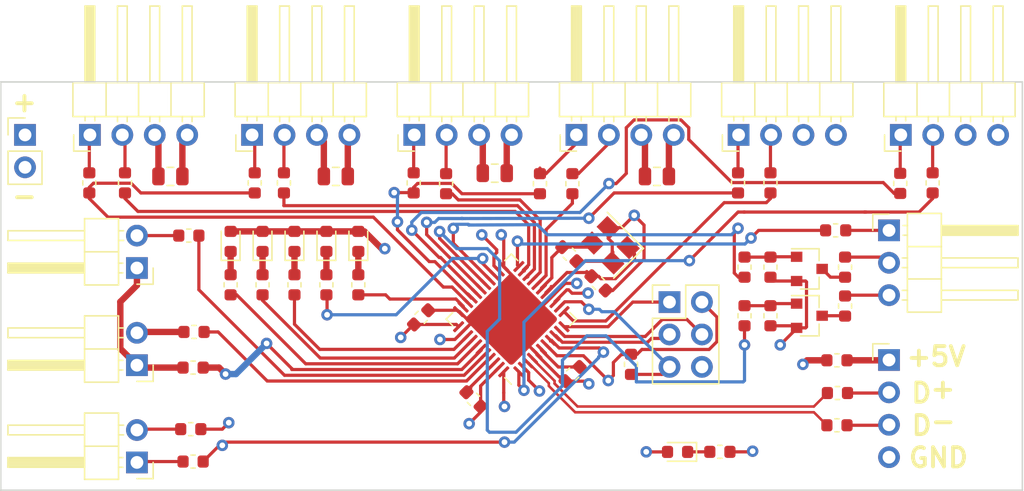
<source format=kicad_pcb>
(kicad_pcb (version 20171130) (host pcbnew 5.1.5+dfsg1-2build2)
  (layers (0 F.Cu signal) (1 In1.Cu power hide) (2 In2.Cu power hide) (31 B.Cu signal) (34 B.Paste user) (35 F.Paste user) (36 B.SilkS user) (37 F.SilkS user) (38 B.Mask user) (39 F.Mask user) (44 Edge.Cuts user))
  (net 0 "")
  (net 1 "Net-(C1-Pad1)")
  (net 2 "Net-(C2-Pad1)")
  (net 3 "Net-(C3-Pad1)")
  (net 4 "Net-(C4-Pad1)")
  (net 5 UVCC)
  (net 6 "Net-(D1-Pad1)")
  (net 7 "Net-(D2-Pad1)")
  (net 8 "Net-(F1-Pad2)")
  (net 9 "Net-(J1-Pad2)")
  (net 10 "Net-(J1-Pad3)")
  (net 11 ISP_MISO)
  (net 12 ISP_SCK)
  (net 13 ISP_MOSI)
  (net 14 ISP_RST)
  (net 15 "Net-(J3-Pad1)")
  (net 16 "Net-(J3-Pad2)")
  (net 17 "Net-(J3-Pad3)")
  (net 18 "Net-(J4-Pad2)")
  (net 19 "Net-(J4-Pad1)")
  (net 20 "Net-(J5-Pad1)")
  (net 21 "Net-(J5-Pad2)")
  (net 22 ENABLE_TEMP)
  (net 23 "Net-(J6-Pad2)")
  (net 24 "Net-(J7-Pad2)")
  (net 25 "Net-(J8-Pad2)")
  (net 26 "Net-(J8-Pad1)")
  (net 27 "Net-(J9-Pad1)")
  (net 28 "Net-(J9-Pad2)")
  (net 29 "Net-(J10-Pad2)")
  (net 30 "Net-(J10-Pad1)")
  (net 31 "Net-(J11-Pad2)")
  (net 32 "Net-(J11-Pad1)")
  (net 33 "Net-(J12-Pad1)")
  (net 34 "Net-(J12-Pad2)")
  (net 35 FPANEL_POWER)
  (net 36 FPANEL_POWER_SW+)
  (net 37 FPANEL_RESET_SW+)
  (net 38 FPANEL_RESET)
  (net 39 D+)
  (net 40 D-)
  (net 41 "Net-(R4-Pad2)")
  (net 42 "Net-(R5-Pad2)")
  (net 43 FPANEL_PLED)
  (net 44 WATER_TEMP)
  (net 45 AIR_TEMP)
  (net 46 WATER_FLOW)
  (net 47 CPU_PWM_IN)
  (net 48 CPU_SPEED_OUT)
  (net 49 FAN_PWM_A)
  (net 50 FAN_SPEED_1)
  (net 51 FAN_SPEED_2)
  (net 52 FAN_PWM_B)
  (net 53 FAN_SPEED_3)
  (net 54 FAN_SPEED_4)
  (net 55 FAN_PWM_C)
  (net 56 FAN_SPEED_5)
  (net 57 GND)
  (net 58 "Net-(Q1-Pad1)")
  (net 59 "Net-(Q2-Pad1)")
  (net 60 "Net-(R30-Pad1)")
  (net 61 "Net-(D3-Pad1)")
  (net 62 "Net-(D4-Pad1)")
  (net 63 "Net-(D5-Pad1)")
  (net 64 "Net-(D6-Pad1)")
  (net 65 "Net-(R6-Pad2)")
  (net 66 "Net-(R31-Pad2)")
  (net 67 "Net-(R33-Pad2)")
  (module Connector_PinHeader_2.54mm:PinHeader_1x04_P2.54mm_Horizontal (layer F.Cu) (at 169.5577 71.7931)
    (fp_text reference J1 hide)
    (fp_text value USB hide)
    (pad 1 thru_hole rect (at 0 0) (size 1.7 1.7) (drill 1) (layers *.Cu *.Mask) (net 8 "Net-(F1-Pad2)"))
    (pad 2 thru_hole oval (at 0 2.54) (size 1.7 1.7) (drill 1) (layers *.Cu *.Mask) (net 9 "Net-(J1-Pad2)"))
    (pad 3 thru_hole oval (at 0 5.08) (size 1.7 1.7) (drill 1) (layers *.Cu *.Mask) (net 10 "Net-(J1-Pad3)"))
    (pad 4 thru_hole oval (at 0 7.62) (size 1.7 1.7) (drill 1) (layers *.Cu *.Mask) (net 57 GND))
  )
  (module Resistor_SMD:R_0603_1608Metric (layer F.Cu) (at 160.274 68.326 270)
    (fp_text reference R29 hide)
    (fp_text value 10K hide)
    (pad 2 smd roundrect (at 0.7875 0 270) (size 0.875 0.95) (layers F.Cu F.Paste F.Mask) (net 57 GND))
    (pad 1 smd roundrect (at -0.7875 0 270) (size 0.875 0.95) (layers F.Cu F.Paste F.Mask) (net 59 "Net-(Q2-Pad1)"))
  )
  (module Crystal:Crystal_SMD_3225-4Pin_3.2x2.5mm (layer F.Cu) (at 147.75 62.8 135)
    (fp_text reference Y1 hide)
    (fp_text value 16MHz hide)
    (pad 1 smd rect (at -1.1 0.85 135) (size 1.4 1.2) (layers F.Cu F.Paste F.Mask) (net 2 "Net-(C2-Pad1)"))
    (pad 2 smd rect (at 1.1 0.85 135) (size 1.4 1.2) (layers F.Cu F.Paste F.Mask) (net 57 GND))
    (pad 3 smd rect (at 1.1 -0.85 135) (size 1.4 1.2) (layers F.Cu F.Paste F.Mask) (net 1 "Net-(C1-Pad1)"))
    (pad 4 smd rect (at -1.1 -0.85 135) (size 1.4 1.2) (layers F.Cu F.Paste F.Mask) (net 57 GND))
  )
  (module Capacitor_SMD:C_0603_1608Metric (layer F.Cu) (at 144.78 72.898 225)
    (fp_text reference C4 hide)
    (fp_text value 1uF hide)
    (pad 1 smd roundrect (at -0.7875 0 225) (size 0.875 0.95) (layers F.Cu F.Paste F.Mask) (net 4 "Net-(C4-Pad1)"))
    (pad 2 smd roundrect (at 0.7875 0 225) (size 0.875 0.95) (layers F.Cu F.Paste F.Mask) (net 57 GND))
  )
  (module Capacitor_SMD:C_0603_1608Metric (layer F.Cu) (at 132.9182 68.453 45)
    (fp_text reference C5 hide)
    (fp_text value 1uF hide)
    (pad 1 smd roundrect (at -0.7875 0 45) (size 0.875 0.95) (layers F.Cu F.Paste F.Mask) (net 5 UVCC))
    (pad 2 smd roundrect (at 0.7875 0 45) (size 0.875 0.95) (layers F.Cu F.Paste F.Mask) (net 57 GND))
  )
  (module Connector_PinHeader_2.54mm:PinHeader_2x03_P2.54mm_Vertical (layer F.Cu) (at 152.366 67.254)
    (fp_text reference J2 hide)
    (fp_text value AVR-ISP-6 hide)
    (pad 1 thru_hole rect (at 0 0) (size 1.7 1.7) (drill 1) (layers *.Cu *.Mask) (net 11 ISP_MISO))
    (pad 2 thru_hole oval (at 2.54 0) (size 1.7 1.7) (drill 1) (layers *.Cu *.Mask) (net 5 UVCC))
    (pad 3 thru_hole oval (at 0 2.54) (size 1.7 1.7) (drill 1) (layers *.Cu *.Mask) (net 12 ISP_SCK))
    (pad 4 thru_hole oval (at 2.54 2.54) (size 1.7 1.7) (drill 1) (layers *.Cu *.Mask) (net 13 ISP_MOSI))
    (pad 5 thru_hole oval (at 0 5.08) (size 1.7 1.7) (drill 1) (layers *.Cu *.Mask) (net 14 ISP_RST))
    (pad 6 thru_hole oval (at 2.54 5.08) (size 1.7 1.7) (drill 1) (layers *.Cu *.Mask) (net 57 GND))
  )
  (module Connector_PinHeader_2.54mm:PinHeader_1x04_P2.54mm_Horizontal (layer F.Cu) (at 157.78 54.15 90)
    (fp_text reference J5 hide)
    (fp_text value CPU hide)
    (pad 1 thru_hole rect (at 0 0 90) (size 1.7 1.7) (drill 1) (layers *.Cu *.Mask) (net 20 "Net-(J5-Pad1)"))
    (pad 2 thru_hole oval (at 0 2.54 90) (size 1.7 1.7) (drill 1) (layers *.Cu *.Mask) (net 21 "Net-(J5-Pad2)"))
    (pad 3 thru_hole oval (at 0 5.08 90) (size 1.7 1.7) (drill 1) (layers *.Cu *.Mask) (net 5 UVCC))
    (pad 4 thru_hole oval (at 0 7.62 90) (size 1.7 1.7) (drill 1) (layers *.Cu *.Mask) (net 57 GND))
  )
  (module Connector_PinHeader_2.54mm:PinHeader_1x02_P2.54mm_Horizontal (layer F.Cu) (at 110.6625 64.5832 180)
    (fp_text reference J7 hide)
    (fp_text value AIR_TEMP hide)
    (pad 1 thru_hole rect (at 0 0 180) (size 1.7 1.7) (drill 1) (layers *.Cu *.Mask) (net 22 ENABLE_TEMP))
    (pad 2 thru_hole oval (at 0 2.54 180) (size 1.7 1.7) (drill 1) (layers *.Cu *.Mask) (net 24 "Net-(J7-Pad2)"))
  )
  (module Connector_PinHeader_2.54mm:PinHeader_1x04_P2.54mm_Horizontal (layer F.Cu) (at 106.98 54.15 90)
    (fp_text reference J8 hide)
    (fp_text value FAN1 hide)
    (pad 1 thru_hole rect (at 0 0 90) (size 1.7 1.7) (drill 1) (layers *.Cu *.Mask) (net 26 "Net-(J8-Pad1)"))
    (pad 2 thru_hole oval (at 0 2.54 90) (size 1.7 1.7) (drill 1) (layers *.Cu *.Mask) (net 25 "Net-(J8-Pad2)"))
    (pad 3 thru_hole oval (at 0 5.08 90) (size 1.7 1.7) (drill 1) (layers *.Cu *.Mask) (net 5 UVCC))
    (pad 4 thru_hole oval (at 0 7.62 90) (size 1.7 1.7) (drill 1) (layers *.Cu *.Mask) (net 57 GND))
  )
  (module Connector_PinHeader_2.54mm:PinHeader_1x04_P2.54mm_Horizontal (layer F.Cu) (at 170.48 54.15 90)
    (fp_text reference J12 hide)
    (fp_text value PUMP hide)
    (pad 1 thru_hole rect (at 0 0 90) (size 1.7 1.7) (drill 1) (layers *.Cu *.Mask) (net 33 "Net-(J12-Pad1)"))
    (pad 2 thru_hole oval (at 0 2.54 90) (size 1.7 1.7) (drill 1) (layers *.Cu *.Mask) (net 34 "Net-(J12-Pad2)"))
    (pad 3 thru_hole oval (at 0 5.08 90) (size 1.7 1.7) (drill 1) (layers *.Cu *.Mask) (net 5 UVCC))
    (pad 4 thru_hole oval (at 0 7.62 90) (size 1.7 1.7) (drill 1) (layers *.Cu *.Mask) (net 57 GND))
  )
  (module Package_DFN_QFN:QFN-44-1EP_7x7mm_P0.5mm_EP5.2x5.2mm (layer F.Cu) (at 139.9794 68.5927 135)
    (fp_text reference U1 hide)
    (fp_text value ATmega32U4-MU hide)
    (pad 45 smd roundrect (at 0 0 135) (size 5.2 5.2) (layers F.Cu F.Mask) (roundrect_rratio 0.048077) (net 57 GND))
    (pad 1 smd roundrect (at -3.3375 -2.5 135) (size 1.075 0.25) (layers F.Cu F.Paste F.Mask) (net 56 FAN_SPEED_5))
    (pad 2 smd roundrect (at -3.3375 -2 135) (size 1.075 0.25) (layers F.Cu F.Paste F.Mask) (net 5 UVCC))
    (pad 3 smd roundrect (at -3.3375 -1.5 135) (size 1.075 0.25) (layers F.Cu F.Paste F.Mask) (net 40 D-))
    (pad 4 smd roundrect (at -3.3375 -1 135) (size 1.075 0.25) (layers F.Cu F.Paste F.Mask) (net 39 D+))
    (pad 5 smd roundrect (at -3.3375 -0.5 135) (size 1.075 0.25) (layers F.Cu F.Paste F.Mask) (net 57 GND))
    (pad 6 smd roundrect (at -3.3375 0 135) (size 1.075 0.25) (layers F.Cu F.Paste F.Mask) (net 4 "Net-(C4-Pad1)"))
    (pad 7 smd roundrect (at -3.3375 0.5 135) (size 1.075 0.25) (layers F.Cu F.Paste F.Mask) (net 5 UVCC))
    (pad 8 smd roundrect (at -3.3375 1 135) (size 1.075 0.25) (layers F.Cu F.Paste F.Mask) (net 46 WATER_FLOW))
    (pad 9 smd roundrect (at -3.3375 1.5 135) (size 1.075 0.25) (layers F.Cu F.Paste F.Mask) (net 12 ISP_SCK))
    (pad 10 smd roundrect (at -3.3375 2 135) (size 1.075 0.25) (layers F.Cu F.Paste F.Mask) (net 13 ISP_MOSI))
    (pad 11 smd roundrect (at -3.3375 2.5 135) (size 1.075 0.25) (layers F.Cu F.Paste F.Mask) (net 11 ISP_MISO))
    (pad 12 smd roundrect (at -2.5 3.3375 135) (size 0.25 1.075) (layers F.Cu F.Paste F.Mask) (net 48 CPU_SPEED_OUT))
    (pad 13 smd roundrect (at -2 3.3375 135) (size 0.25 1.075) (layers F.Cu F.Paste F.Mask) (net 14 ISP_RST))
    (pad 14 smd roundrect (at -1.5 3.3375 135) (size 0.25 1.075) (layers F.Cu F.Paste F.Mask) (net 5 UVCC))
    (pad 15 smd roundrect (at -1 3.3375 135) (size 0.25 1.075) (layers F.Cu F.Paste F.Mask) (net 57 GND))
    (pad 16 smd roundrect (at -0.5 3.3375 135) (size 0.25 1.075) (layers F.Cu F.Paste F.Mask) (net 2 "Net-(C2-Pad1)"))
    (pad 17 smd roundrect (at 0 3.3375 135) (size 0.25 1.075) (layers F.Cu F.Paste F.Mask) (net 1 "Net-(C1-Pad1)"))
    (pad 18 smd roundrect (at 0.5 3.3375 135) (size 0.25 1.075) (layers F.Cu F.Paste F.Mask) (net 54 FAN_SPEED_4))
    (pad 19 smd roundrect (at 1 3.3375 135) (size 0.25 1.075) (layers F.Cu F.Paste F.Mask) (net 53 FAN_SPEED_3))
    (pad 20 smd roundrect (at 1.5 3.3375 135) (size 0.25 1.075) (layers F.Cu F.Paste F.Mask) (net 51 FAN_SPEED_2))
    (pad 21 smd roundrect (at 2 3.3375 135) (size 0.25 1.075) (layers F.Cu F.Paste F.Mask) (net 50 FAN_SPEED_1))
    (pad 22 smd roundrect (at 2.5 3.3375 135) (size 0.25 1.075) (layers F.Cu F.Paste F.Mask) (net 43 FPANEL_PLED))
    (pad 23 smd roundrect (at 3.3375 2.5 135) (size 1.075 0.25) (layers F.Cu F.Paste F.Mask) (net 57 GND))
    (pad 24 smd roundrect (at 3.3375 2 135) (size 1.075 0.25) (layers F.Cu F.Paste F.Mask) (net 5 UVCC))
    (pad 25 smd roundrect (at 3.3375 1.5 135) (size 1.075 0.25) (layers F.Cu F.Paste F.Mask) (net 66 "Net-(R31-Pad2)"))
    (pad 26 smd roundrect (at 3.3375 1 135) (size 1.075 0.25) (layers F.Cu F.Paste F.Mask) (net 35 FPANEL_POWER))
    (pad 27 smd roundrect (at 3.3375 0.5 135) (size 1.075 0.25) (layers F.Cu F.Paste F.Mask) (net 38 FPANEL_RESET))
    (pad 28 smd roundrect (at 3.3375 0 135) (size 1.075 0.25) (layers F.Cu F.Paste F.Mask) (net 47 CPU_PWM_IN))
    (pad 29 smd roundrect (at 3.3375 -0.5 135) (size 1.075 0.25) (layers F.Cu F.Paste F.Mask) (net 55 FAN_PWM_C))
    (pad 30 smd roundrect (at 3.3375 -1 135) (size 1.075 0.25) (layers F.Cu F.Paste F.Mask) (net 52 FAN_PWM_B))
    (pad 31 smd roundrect (at 3.3375 -1.5 135) (size 1.075 0.25) (layers F.Cu F.Paste F.Mask) (net 49 FAN_PWM_A))
    (pad 32 smd roundrect (at 3.3375 -2 135) (size 1.075 0.25) (layers F.Cu F.Paste F.Mask) (net 67 "Net-(R33-Pad2)"))
    (pad 33 smd roundrect (at 3.3375 -2.5 135) (size 1.075 0.25) (layers F.Cu F.Paste F.Mask) (net 57 GND))
    (pad 34 smd roundrect (at 2.5 -3.3375 135) (size 0.25 1.075) (layers F.Cu F.Paste F.Mask) (net 5 UVCC))
    (pad 35 smd roundrect (at 2 -3.3375 135) (size 0.25 1.075) (layers F.Cu F.Paste F.Mask) (net 57 GND))
    (pad 36 smd roundrect (at 1.5 -3.3375 135) (size 0.25 1.075) (layers F.Cu F.Paste F.Mask) (net 41 "Net-(R4-Pad2)"))
    (pad 37 smd roundrect (at 1 -3.3375 135) (size 0.25 1.075) (layers F.Cu F.Paste F.Mask) (net 42 "Net-(R5-Pad2)"))
    (pad 38 smd roundrect (at 0.5 -3.3375 135) (size 0.25 1.075) (layers F.Cu F.Paste F.Mask) (net 65 "Net-(R6-Pad2)"))
    (pad 39 smd roundrect (at 0 -3.3375 135) (size 0.25 1.075) (layers F.Cu F.Paste F.Mask) (net 60 "Net-(R30-Pad1)"))
    (pad 40 smd roundrect (at -0.5 -3.3375 135) (size 0.25 1.075) (layers F.Cu F.Paste F.Mask) (net 45 AIR_TEMP))
    (pad 41 smd roundrect (at -1 -3.3375 135) (size 0.25 1.075) (layers F.Cu F.Paste F.Mask) (net 44 WATER_TEMP))
    (pad 42 smd roundrect (at -1.5 -3.3375 135) (size 0.25 1.075) (layers F.Cu F.Paste F.Mask) (net 3 "Net-(C3-Pad1)"))
    (pad 43 smd roundrect (at -2 -3.3375 135) (size 0.25 1.075) (layers F.Cu F.Paste F.Mask) (net 57 GND))
    (pad 44 smd roundrect (at -2.5 -3.3375 135) (size 0.25 1.075) (layers F.Cu F.Paste F.Mask) (net 5 UVCC))
  )
  (module Connector_PinHeader_2.54mm:PinHeader_1x02_P2.54mm_Vertical (layer F.Cu) (at 101.9 54.15)
    (fp_text reference J13 hide)
    (fp_text value POWER_IN hide)
    (pad 1 thru_hole rect (at 0 0) (size 1.7 1.7) (drill 1) (layers *.Cu *.Mask) (net 5 UVCC))
    (pad 2 thru_hole oval (at 0 2.54) (size 1.7 1.7) (drill 1) (layers *.Cu *.Mask) (net 57 GND))
  )
  (module Capacitor_SMD:C_0603_1608Metric (layer F.Cu) (at 144.526 63.5 315)
    (fp_text reference C1 hide)
    (fp_text value 22pF hide)
    (pad 1 smd roundrect (at -0.7875 0 315) (size 0.875 0.95) (layers F.Cu F.Paste F.Mask) (net 1 "Net-(C1-Pad1)"))
    (pad 2 smd roundrect (at 0.7875 0 315) (size 0.875 0.95) (layers F.Cu F.Paste F.Mask) (net 57 GND))
  )
  (module Capacitor_SMD:C_0603_1608Metric (layer F.Cu) (at 146.812 65.786 315)
    (fp_text reference C2 hide)
    (fp_text value 22pF hide)
    (pad 2 smd roundrect (at 0.7875 0 315) (size 0.875 0.95) (layers F.Cu F.Paste F.Mask) (net 57 GND))
    (pad 1 smd roundrect (at -0.7875 0 315) (size 0.875 0.95) (layers F.Cu F.Paste F.Mask) (net 2 "Net-(C2-Pad1)"))
  )
  (module Capacitor_SMD:C_0603_1608Metric (layer F.Cu) (at 137.0203 74.8792 315)
    (fp_text reference C3 hide)
    (fp_text value 0.1uF hide)
    (pad 1 smd roundrect (at -0.7875 0 315) (size 0.875 0.95) (layers F.Cu F.Paste F.Mask) (net 3 "Net-(C3-Pad1)"))
    (pad 2 smd roundrect (at 0.7875 0 315) (size 0.875 0.95) (layers F.Cu F.Paste F.Mask) (net 57 GND))
  )
  (module Diode_SMD:D_0603_1608Metric (layer F.Cu) (at 123 62.5 90)
    (fp_text reference D1 hide)
    (fp_text value BLUE hide)
    (pad 1 smd roundrect (at -0.7875 0 90) (size 0.875 0.95) (layers F.Cu F.Paste F.Mask) (net 6 "Net-(D1-Pad1)"))
    (pad 2 smd roundrect (at 0.7875 0 90) (size 0.875 0.95) (layers F.Cu F.Paste F.Mask) (net 5 UVCC))
  )
  (module Diode_SMD:D_0603_1608Metric (layer F.Cu) (at 120.5 62.5 90)
    (fp_text reference D2 hide)
    (fp_text value BLUE hide)
    (pad 2 smd roundrect (at 0.7875 0 90) (size 0.875 0.95) (layers F.Cu F.Paste F.Mask) (net 5 UVCC))
    (pad 1 smd roundrect (at -0.7875 0 90) (size 0.875 0.95) (layers F.Cu F.Paste F.Mask) (net 7 "Net-(D2-Pad1)"))
  )
  (module Fuse:Fuse_0603_1608Metric (layer F.Cu) (at 165.481 71.8185)
    (fp_text reference F1 hide)
    (fp_text value 100mA hide)
    (pad 1 smd roundrect (at -0.7875 0) (size 0.875 0.95) (layers F.Cu F.Paste F.Mask) (net 5 UVCC))
    (pad 2 smd roundrect (at 0.7875 0) (size 0.875 0.95) (layers F.Cu F.Paste F.Mask) (net 8 "Net-(F1-Pad2)"))
  )
  (module Connector_PinHeader_2.54mm:PinHeader_1x02_P2.54mm_Horizontal (layer F.Cu) (at 110.6625 79.8232 180)
    (fp_text reference J4 hide)
    (fp_text value WATER_FLOW hide)
    (pad 2 thru_hole oval (at 0 2.54 180) (size 1.7 1.7) (drill 1) (layers *.Cu *.Mask) (net 18 "Net-(J4-Pad2)"))
    (pad 1 thru_hole rect (at 0 0 180) (size 1.7 1.7) (drill 1) (layers *.Cu *.Mask) (net 19 "Net-(J4-Pad1)"))
  )
  (module Connector_PinHeader_2.54mm:PinHeader_1x02_P2.54mm_Horizontal (layer F.Cu) (at 110.6625 72.2032 180)
    (fp_text reference J6 hide)
    (fp_text value WATER_TEMP hide)
    (pad 1 thru_hole rect (at 0 0 180) (size 1.7 1.7) (drill 1) (layers *.Cu *.Mask) (net 22 ENABLE_TEMP))
    (pad 2 thru_hole oval (at 0 2.54 180) (size 1.7 1.7) (drill 1) (layers *.Cu *.Mask) (net 23 "Net-(J6-Pad2)"))
  )
  (module Connector_PinHeader_2.54mm:PinHeader_1x04_P2.54mm_Horizontal (layer F.Cu) (at 119.68 54.15 90)
    (fp_text reference J9 hide)
    (fp_text value FAN2 hide)
    (pad 1 thru_hole rect (at 0 0 90) (size 1.7 1.7) (drill 1) (layers *.Cu *.Mask) (net 27 "Net-(J9-Pad1)"))
    (pad 2 thru_hole oval (at 0 2.54 90) (size 1.7 1.7) (drill 1) (layers *.Cu *.Mask) (net 28 "Net-(J9-Pad2)"))
    (pad 3 thru_hole oval (at 0 5.08 90) (size 1.7 1.7) (drill 1) (layers *.Cu *.Mask) (net 5 UVCC))
    (pad 4 thru_hole oval (at 0 7.62 90) (size 1.7 1.7) (drill 1) (layers *.Cu *.Mask) (net 57 GND))
  )
  (module Connector_PinHeader_2.54mm:PinHeader_1x04_P2.54mm_Horizontal (layer F.Cu) (at 132.38 54.15 90)
    (fp_text reference J10 hide)
    (fp_text value FAN3 hide)
    (pad 4 thru_hole oval (at 0 7.62 90) (size 1.7 1.7) (drill 1) (layers *.Cu *.Mask) (net 57 GND))
    (pad 3 thru_hole oval (at 0 5.08 90) (size 1.7 1.7) (drill 1) (layers *.Cu *.Mask) (net 5 UVCC))
    (pad 2 thru_hole oval (at 0 2.54 90) (size 1.7 1.7) (drill 1) (layers *.Cu *.Mask) (net 29 "Net-(J10-Pad2)"))
    (pad 1 thru_hole rect (at 0 0 90) (size 1.7 1.7) (drill 1) (layers *.Cu *.Mask) (net 30 "Net-(J10-Pad1)"))
  )
  (module Connector_PinHeader_2.54mm:PinHeader_1x04_P2.54mm_Horizontal (layer F.Cu) (at 145.08 54.15 90)
    (fp_text reference J11 hide)
    (fp_text value FAN4 hide)
    (pad 1 thru_hole rect (at 0 0 90) (size 1.7 1.7) (drill 1) (layers *.Cu *.Mask) (net 32 "Net-(J11-Pad1)"))
    (pad 2 thru_hole oval (at 0 2.54 90) (size 1.7 1.7) (drill 1) (layers *.Cu *.Mask) (net 31 "Net-(J11-Pad2)"))
    (pad 3 thru_hole oval (at 0 5.08 90) (size 1.7 1.7) (drill 1) (layers *.Cu *.Mask) (net 5 UVCC))
    (pad 4 thru_hole oval (at 0 7.62 90) (size 1.7 1.7) (drill 1) (layers *.Cu *.Mask) (net 57 GND))
  )
  (module Package_TO_SOT_SMD:SOT-23 (layer F.Cu) (at 163.322 64.6532)
    (fp_text reference Q1 hide)
    (fp_text value BSS138 hide)
    (pad 1 smd rect (at -1 -0.95) (size 0.9 0.8) (layers F.Cu F.Paste F.Mask) (net 58 "Net-(Q1-Pad1)"))
    (pad 2 smd rect (at -1 0.95) (size 0.9 0.8) (layers F.Cu F.Paste F.Mask) (net 57 GND))
    (pad 3 smd rect (at 1 0) (size 0.9 0.8) (layers F.Cu F.Paste F.Mask) (net 36 FPANEL_POWER_SW+))
  )
  (module Package_TO_SOT_SMD:SOT-23 (layer F.Cu) (at 163.322 68.326)
    (fp_text reference Q2 hide)
    (fp_text value BSS138 hide)
    (pad 3 smd rect (at 1 0) (size 0.9 0.8) (layers F.Cu F.Paste F.Mask) (net 37 FPANEL_RESET_SW+))
    (pad 2 smd rect (at -1 0.95) (size 0.9 0.8) (layers F.Cu F.Paste F.Mask) (net 57 GND))
    (pad 1 smd rect (at -1 -0.95) (size 0.9 0.8) (layers F.Cu F.Paste F.Mask) (net 59 "Net-(Q2-Pad1)"))
  )
  (module Resistor_SMD:R_0603_1608Metric (layer F.Cu) (at 165.5191 74.3839)
    (fp_text reference R1 hide)
    (fp_text value 22 hide)
    (pad 1 smd roundrect (at -0.7875 0) (size 0.875 0.95) (layers F.Cu F.Paste F.Mask) (net 39 D+))
    (pad 2 smd roundrect (at 0.7875 0) (size 0.875 0.95) (layers F.Cu F.Paste F.Mask) (net 9 "Net-(J1-Pad2)"))
  )
  (module Resistor_SMD:R_0603_1608Metric (layer F.Cu) (at 165.481 76.9112)
    (fp_text reference R2 hide)
    (fp_text value 22 hide)
    (pad 2 smd roundrect (at 0.7875 0) (size 0.875 0.95) (layers F.Cu F.Paste F.Mask) (net 10 "Net-(J1-Pad3)"))
    (pad 1 smd roundrect (at -0.7875 0) (size 0.875 0.95) (layers F.Cu F.Paste F.Mask) (net 40 D-))
  )
  (module Resistor_SMD:R_0603_1608Metric (layer F.Cu) (at 149.352 72.136 270)
    (fp_text reference R3 hide)
    (fp_text value 10K hide)
    (pad 2 smd roundrect (at 0.7875 0 270) (size 0.875 0.95) (layers F.Cu F.Paste F.Mask) (net 14 ISP_RST))
    (pad 1 smd roundrect (at -0.7875 0 270) (size 0.875 0.95) (layers F.Cu F.Paste F.Mask) (net 5 UVCC))
  )
  (module Resistor_SMD:R_0603_1608Metric (layer F.Cu) (at 123 65.9 270)
    (fp_text reference R4 hide)
    (fp_text value 330 hide)
    (pad 1 smd roundrect (at -0.7875 0 270) (size 0.875 0.95) (layers F.Cu F.Paste F.Mask) (net 6 "Net-(D1-Pad1)"))
    (pad 2 smd roundrect (at 0.7875 0 270) (size 0.875 0.95) (layers F.Cu F.Paste F.Mask) (net 41 "Net-(R4-Pad2)"))
  )
  (module Resistor_SMD:R_0603_1608Metric (layer F.Cu) (at 120.5 65.9 270)
    (fp_text reference R5 hide)
    (fp_text value 330 hide)
    (pad 1 smd roundrect (at -0.7875 0 270) (size 0.875 0.95) (layers F.Cu F.Paste F.Mask) (net 7 "Net-(D2-Pad1)"))
    (pad 2 smd roundrect (at 0.7875 0 270) (size 0.875 0.95) (layers F.Cu F.Paste F.Mask) (net 42 "Net-(R5-Pad2)"))
  )
  (module Resistor_SMD:R_0603_1608Metric (layer F.Cu) (at 115.1329 69.596 180)
    (fp_text reference R13 hide)
    (fp_text value 10K hide)
    (pad 1 smd roundrect (at -0.7875 0 180) (size 0.875 0.95) (layers F.Cu F.Paste F.Mask) (net 44 WATER_TEMP))
    (pad 2 smd roundrect (at 0.7875 0 180) (size 0.875 0.95) (layers F.Cu F.Paste F.Mask) (net 23 "Net-(J6-Pad2)"))
  )
  (module Resistor_SMD:R_0603_1608Metric (layer F.Cu) (at 114.7265 62.0432 180)
    (fp_text reference R14 hide)
    (fp_text value 10K hide)
    (pad 1 smd roundrect (at -0.7875 0 180) (size 0.875 0.95) (layers F.Cu F.Paste F.Mask) (net 45 AIR_TEMP))
    (pad 2 smd roundrect (at 0.7875 0 180) (size 0.875 0.95) (layers F.Cu F.Paste F.Mask) (net 24 "Net-(J7-Pad2)"))
  )
  (module Resistor_SMD:R_0603_1608Metric (layer F.Cu) (at 115.062 79.756)
    (fp_text reference R15 hide)
    (fp_text value 500 hide)
    (pad 2 smd roundrect (at 0.7875 0) (size 0.875 0.95) (layers F.Cu F.Paste F.Mask) (net 46 WATER_FLOW))
    (pad 1 smd roundrect (at -0.7875 0) (size 0.875 0.95) (layers F.Cu F.Paste F.Mask) (net 19 "Net-(J4-Pad1)"))
  )
  (module Resistor_SMD:R_0603_1608Metric (layer F.Cu) (at 114.8789 77.216 180)
    (fp_text reference R16 hide)
    (fp_text value 500 hide)
    (pad 1 smd roundrect (at -0.7875 0 180) (size 0.875 0.95) (layers F.Cu F.Paste F.Mask) (net 57 GND))
    (pad 2 smd roundrect (at 0.7875 0 180) (size 0.875 0.95) (layers F.Cu F.Paste F.Mask) (net 18 "Net-(J4-Pad2)"))
  )
  (module Resistor_SMD:R_0603_1608Metric (layer F.Cu) (at 157.734 57.912 270)
    (fp_text reference R17 hide)
    (fp_text value 500 hide)
    (pad 1 smd roundrect (at -0.7875 0 270) (size 0.875 0.95) (layers F.Cu F.Paste F.Mask) (net 20 "Net-(J5-Pad1)"))
    (pad 2 smd roundrect (at 0.7875 0 270) (size 0.875 0.95) (layers F.Cu F.Paste F.Mask) (net 47 CPU_PWM_IN))
  )
  (module Resistor_SMD:R_0603_1608Metric (layer F.Cu) (at 160.274 57.912 90)
    (fp_text reference R18 hide)
    (fp_text value 500 hide)
    (pad 2 smd roundrect (at 0.7875 0 90) (size 0.875 0.95) (layers F.Cu F.Paste F.Mask) (net 21 "Net-(J5-Pad2)"))
    (pad 1 smd roundrect (at -0.7875 0 90) (size 0.875 0.95) (layers F.Cu F.Paste F.Mask) (net 48 CPU_SPEED_OUT))
  )
  (module Resistor_SMD:R_0603_1608Metric (layer F.Cu) (at 106.934 57.912 270)
    (fp_text reference R19 hide)
    (fp_text value 500 hide)
    (pad 1 smd roundrect (at -0.7875 0 270) (size 0.875 0.95) (layers F.Cu F.Paste F.Mask) (net 26 "Net-(J8-Pad1)"))
    (pad 2 smd roundrect (at 0.7875 0 270) (size 0.875 0.95) (layers F.Cu F.Paste F.Mask) (net 49 FAN_PWM_A))
  )
  (module Resistor_SMD:R_0603_1608Metric (layer F.Cu) (at 109.728 57.912 90)
    (fp_text reference R20 hide)
    (fp_text value 500 hide)
    (pad 2 smd roundrect (at 0.7875 0 90) (size 0.875 0.95) (layers F.Cu F.Paste F.Mask) (net 25 "Net-(J8-Pad2)"))
    (pad 1 smd roundrect (at -0.7875 0 90) (size 0.875 0.95) (layers F.Cu F.Paste F.Mask) (net 50 FAN_SPEED_1))
  )
  (module Resistor_SMD:R_0603_1608Metric (layer F.Cu) (at 119.888 57.912 270)
    (fp_text reference R21 hide)
    (fp_text value 500 hide)
    (pad 1 smd roundrect (at -0.7875 0 270) (size 0.875 0.95) (layers F.Cu F.Paste F.Mask) (net 27 "Net-(J9-Pad1)"))
    (pad 2 smd roundrect (at 0.7875 0 270) (size 0.875 0.95) (layers F.Cu F.Paste F.Mask) (net 49 FAN_PWM_A))
  )
  (module Resistor_SMD:R_0603_1608Metric (layer F.Cu) (at 122.174 57.912 90)
    (fp_text reference R22 hide)
    (fp_text value 500 hide)
    (pad 2 smd roundrect (at 0.7875 0 90) (size 0.875 0.95) (layers F.Cu F.Paste F.Mask) (net 28 "Net-(J9-Pad2)"))
    (pad 1 smd roundrect (at -0.7875 0 90) (size 0.875 0.95) (layers F.Cu F.Paste F.Mask) (net 51 FAN_SPEED_2))
  )
  (module Resistor_SMD:R_0603_1608Metric (layer F.Cu) (at 132.334 57.912 270)
    (fp_text reference R23 hide)
    (fp_text value 500 hide)
    (pad 2 smd roundrect (at 0.7875 0 270) (size 0.875 0.95) (layers F.Cu F.Paste F.Mask) (net 52 FAN_PWM_B))
    (pad 1 smd roundrect (at -0.7875 0 270) (size 0.875 0.95) (layers F.Cu F.Paste F.Mask) (net 30 "Net-(J10-Pad1)"))
  )
  (module Resistor_SMD:R_0603_1608Metric (layer F.Cu) (at 134.874 57.9755 90)
    (fp_text reference R24 hide)
    (fp_text value 500 hide)
    (pad 1 smd roundrect (at -0.7875 0 90) (size 0.875 0.95) (layers F.Cu F.Paste F.Mask) (net 53 FAN_SPEED_3))
    (pad 2 smd roundrect (at 0.7875 0 90) (size 0.875 0.95) (layers F.Cu F.Paste F.Mask) (net 29 "Net-(J10-Pad2)"))
  )
  (module Resistor_SMD:R_0603_1608Metric (layer F.Cu) (at 142.2228 57.9755 270)
    (fp_text reference R25 hide)
    (fp_text value 500 hide)
    (pad 2 smd roundrect (at 0.7875 0 270) (size 0.875 0.95) (layers F.Cu F.Paste F.Mask) (net 52 FAN_PWM_B))
    (pad 1 smd roundrect (at -0.7875 0 270) (size 0.875 0.95) (layers F.Cu F.Paste F.Mask) (net 32 "Net-(J11-Pad1)"))
  )
  (module Resistor_SMD:R_0603_1608Metric (layer F.Cu) (at 144.7628 57.9755 90)
    (fp_text reference R26 hide)
    (fp_text value 500 hide)
    (pad 1 smd roundrect (at -0.7875 0 90) (size 0.875 0.95) (layers F.Cu F.Paste F.Mask) (net 54 FAN_SPEED_4))
    (pad 2 smd roundrect (at 0.7875 0 90) (size 0.875 0.95) (layers F.Cu F.Paste F.Mask) (net 31 "Net-(J11-Pad2)"))
  )
  (module Resistor_SMD:R_0603_1608Metric (layer F.Cu) (at 170.434 57.9501 270)
    (fp_text reference R27 hide)
    (fp_text value 500 hide)
    (pad 1 smd roundrect (at -0.7875 0 270) (size 0.875 0.95) (layers F.Cu F.Paste F.Mask) (net 33 "Net-(J12-Pad1)"))
    (pad 2 smd roundrect (at 0.7875 0 270) (size 0.875 0.95) (layers F.Cu F.Paste F.Mask) (net 55 FAN_PWM_C))
  )
  (module Resistor_SMD:R_0603_1608Metric (layer F.Cu) (at 172.974 57.912 90)
    (fp_text reference R28 hide)
    (fp_text value 500 hide)
    (pad 2 smd roundrect (at 0.7875 0 90) (size 0.875 0.95) (layers F.Cu F.Paste F.Mask) (net 34 "Net-(J12-Pad2)"))
    (pad 1 smd roundrect (at -0.7875 0 90) (size 0.875 0.95) (layers F.Cu F.Paste F.Mask) (net 56 FAN_SPEED_5))
  )
  (module Connector_PinHeader_2.54mm:PinHeader_1x03_P2.54mm_Horizontal (layer F.Cu) (at 169.5577 61.6331)
    (fp_text reference J3 hide)
    (fp_text value FPANEL hide)
    (pad 1 thru_hole rect (at 0 0) (size 1.7 1.7) (drill 1) (layers *.Cu *.Mask) (net 15 "Net-(J3-Pad1)"))
    (pad 2 thru_hole oval (at 0 2.54) (size 1.7 1.7) (drill 1) (layers *.Cu *.Mask) (net 16 "Net-(J3-Pad2)"))
    (pad 3 thru_hole oval (at 0 5.08) (size 1.7 1.7) (drill 1) (layers *.Cu *.Mask) (net 17 "Net-(J3-Pad3)"))
  )
  (module Resistor_SMD:R_0603_1608Metric (layer F.Cu) (at 165.3794 61.6331 180)
    (fp_text reference R7 hide)
    (fp_text value 500 hide)
    (pad 1 smd roundrect (at -0.7875 0 180) (size 0.875 0.95) (layers F.Cu F.Paste F.Mask) (net 15 "Net-(J3-Pad1)"))
    (pad 2 smd roundrect (at 0.7875 0 180) (size 0.875 0.95) (layers F.Cu F.Paste F.Mask) (net 43 FPANEL_PLED))
  )
  (module Resistor_SMD:R_0603_1608Metric (layer F.Cu) (at 166.116 64.516 270)
    (fp_text reference R9 hide)
    (fp_text value 500 hide)
    (pad 2 smd roundrect (at 0.7875 0 270) (size 0.875 0.95) (layers F.Cu F.Paste F.Mask) (net 36 FPANEL_POWER_SW+))
    (pad 1 smd roundrect (at -0.7875 0 270) (size 0.875 0.95) (layers F.Cu F.Paste F.Mask) (net 16 "Net-(J3-Pad2)"))
  )
  (module Resistor_SMD:R_0603_1608Metric (layer F.Cu) (at 166.116 67.564 270)
    (fp_text reference R11 hide)
    (fp_text value 500 hide)
    (pad 1 smd roundrect (at -0.7875 0 270) (size 0.875 0.95) (layers F.Cu F.Paste F.Mask) (net 17 "Net-(J3-Pad3)"))
    (pad 2 smd roundrect (at 0.7875 0 270) (size 0.875 0.95) (layers F.Cu F.Paste F.Mask) (net 37 FPANEL_RESET_SW+))
  )
  (module Capacitor_SMD:C_0805_2012Metric (layer F.Cu) (at 126.238 57.404)
    (fp_text reference C6 hide)
    (fp_text value 10uF hide)
    (pad 1 smd roundrect (at -0.9375 0) (size 0.975 1.4) (layers F.Cu F.Paste F.Mask) (net 5 UVCC))
    (pad 2 smd roundrect (at 0.9375 0) (size 0.975 1.4) (layers F.Cu F.Paste F.Mask) (net 57 GND))
  )
  (module Capacitor_SMD:C_0805_2012Metric (layer F.Cu) (at 113.284 57.404)
    (fp_text reference C7 hide)
    (fp_text value 10uF hide)
    (pad 2 smd roundrect (at 0.9375 0) (size 0.975 1.4) (layers F.Cu F.Paste F.Mask) (net 57 GND))
    (pad 1 smd roundrect (at -0.9375 0) (size 0.975 1.4) (layers F.Cu F.Paste F.Mask) (net 5 UVCC))
  )
  (module Resistor_SMD:R_0603_1608Metric (layer F.Cu) (at 158.242 64.516 270)
    (fp_text reference R8 hide)
    (fp_text value 1K hide)
    (pad 1 smd roundrect (at -0.7875 0 270) (size 0.875 0.95) (layers F.Cu F.Paste F.Mask) (net 58 "Net-(Q1-Pad1)"))
    (pad 2 smd roundrect (at 0.7875 0 270) (size 0.875 0.95) (layers F.Cu F.Paste F.Mask) (net 35 FPANEL_POWER))
  )
  (module Resistor_SMD:R_0603_1608Metric (layer F.Cu) (at 158.242 68.326 270)
    (fp_text reference R10 hide)
    (fp_text value 1K hide)
    (pad 1 smd roundrect (at -0.7875 0 270) (size 0.875 0.95) (layers F.Cu F.Paste F.Mask) (net 59 "Net-(Q2-Pad1)"))
    (pad 2 smd roundrect (at 0.7875 0 270) (size 0.875 0.95) (layers F.Cu F.Paste F.Mask) (net 38 FPANEL_RESET))
  )
  (module Resistor_SMD:R_0603_1608Metric (layer F.Cu) (at 160.274 64.516 270)
    (fp_text reference R12 hide)
    (fp_text value 10K hide)
    (pad 2 smd roundrect (at 0.7875 0 270) (size 0.875 0.95) (layers F.Cu F.Paste F.Mask) (net 57 GND))
    (pad 1 smd roundrect (at -0.7875 0 270) (size 0.875 0.95) (layers F.Cu F.Paste F.Mask) (net 58 "Net-(Q1-Pad1)"))
  )
  (module Resistor_SMD:R_0603_1608Metric (layer F.Cu) (at 115.062 72.39 180)
    (fp_text reference R30 hide)
    (fp_text value 500 hide)
    (pad 1 smd roundrect (at -0.7875 0 180) (size 0.875 0.95) (layers F.Cu F.Paste F.Mask) (net 60 "Net-(R30-Pad1)"))
    (pad 2 smd roundrect (at 0.7875 0 180) (size 0.875 0.95) (layers F.Cu F.Paste F.Mask) (net 22 ENABLE_TEMP))
  )
  (module Capacitor_SMD:C_0805_2012Metric (layer F.Cu) (at 138.684 57.15)
    (fp_text reference C8 hide)
    (fp_text value 10uF hide)
    (pad 1 smd roundrect (at -0.9375 0) (size 0.975 1.4) (layers F.Cu F.Paste F.Mask) (net 5 UVCC))
    (pad 2 smd roundrect (at 0.9375 0) (size 0.975 1.4) (layers F.Cu F.Paste F.Mask) (net 57 GND))
  )
  (module Capacitor_SMD:C_0805_2012Metric (layer F.Cu) (at 151.384 57.404)
    (fp_text reference C9 hide)
    (fp_text value 10uF hide)
    (pad 2 smd roundrect (at 0.9375 0) (size 0.975 1.4) (layers F.Cu F.Paste F.Mask) (net 57 GND))
    (pad 1 smd roundrect (at -0.9375 0) (size 0.975 1.4) (layers F.Cu F.Paste F.Mask) (net 5 UVCC))
  )
  (module Diode_SMD:D_0603_1608Metric (layer F.Cu) (at 118 62.5 90)
    (fp_text reference D4 hide)
    (fp_text value BLUE hide)
    (pad 1 smd roundrect (at -0.7875 0 90) (size 0.875 0.95) (layers F.Cu F.Paste F.Mask) (net 62 "Net-(D4-Pad1)"))
    (pad 2 smd roundrect (at 0.7875 0 90) (size 0.875 0.95) (layers F.Cu F.Paste F.Mask) (net 5 UVCC))
  )
  (module Diode_SMD:D_0603_1608Metric (layer F.Cu) (at 125.5 62.5 90)
    (fp_text reference D5 hide)
    (fp_text value BLUE hide)
    (pad 2 smd roundrect (at 0.7875 0 90) (size 0.875 0.95) (layers F.Cu F.Paste F.Mask) (net 5 UVCC))
    (pad 1 smd roundrect (at -0.7875 0 90) (size 0.875 0.95) (layers F.Cu F.Paste F.Mask) (net 63 "Net-(D5-Pad1)"))
  )
  (module Diode_SMD:D_0603_1608Metric (layer F.Cu) (at 128 62.5 90)
    (fp_text reference D6 hide)
    (fp_text value BLUE hide)
    (pad 1 smd roundrect (at -0.7875 0 90) (size 0.875 0.95) (layers F.Cu F.Paste F.Mask) (net 64 "Net-(D6-Pad1)"))
    (pad 2 smd roundrect (at 0.7875 0 90) (size 0.875 0.95) (layers F.Cu F.Paste F.Mask) (net 5 UVCC))
  )
  (module Resistor_SMD:R_0603_1608Metric (layer F.Cu) (at 118 65.9 270)
    (fp_text reference R6 hide)
    (fp_text value 330 hide)
    (pad 1 smd roundrect (at -0.7875 0 270) (size 0.875 0.95) (layers F.Cu F.Paste F.Mask) (net 62 "Net-(D4-Pad1)"))
    (pad 2 smd roundrect (at 0.7875 0 270) (size 0.875 0.95) (layers F.Cu F.Paste F.Mask) (net 65 "Net-(R6-Pad2)"))
  )
  (module Resistor_SMD:R_0603_1608Metric (layer F.Cu) (at 125.5 65.9 270)
    (fp_text reference R31 hide)
    (fp_text value 330 hide)
    (pad 2 smd roundrect (at 0.7875 0 270) (size 0.875 0.95) (layers F.Cu F.Paste F.Mask) (net 66 "Net-(R31-Pad2)"))
    (pad 1 smd roundrect (at -0.7875 0 270) (size 0.875 0.95) (layers F.Cu F.Paste F.Mask) (net 63 "Net-(D5-Pad1)"))
  )
  (module Resistor_SMD:R_0603_1608Metric (layer F.Cu) (at 156.3116 78.994)
    (fp_text reference R32 hide)
    (fp_text value 330 hide)
    (pad 2 smd roundrect (at 0.7875 0) (size 0.875 0.95) (layers F.Cu F.Paste F.Mask) (net 57 GND))
    (pad 1 smd roundrect (at -0.7875 0) (size 0.875 0.95) (layers F.Cu F.Paste F.Mask) (net 61 "Net-(D3-Pad1)"))
  )
  (module Resistor_SMD:R_0603_1608Metric (layer F.Cu) (at 128 65.9 270)
    (fp_text reference R33 hide)
    (fp_text value 330 hide)
    (pad 1 smd roundrect (at -0.7875 0 270) (size 0.875 0.95) (layers F.Cu F.Paste F.Mask) (net 64 "Net-(D6-Pad1)"))
    (pad 2 smd roundrect (at 0.7875 0 270) (size 0.875 0.95) (layers F.Cu F.Paste F.Mask) (net 67 "Net-(R33-Pad2)"))
  )
  (module Diode_SMD:D_0603_1608Metric (layer F.Cu) (at 153 79 180)
    (fp_text reference D3 hide)
    (fp_text value BLUE hide)
    (pad 1 smd roundrect (at -0.7875 0 180) (size 0.875 0.95) (layers F.Cu F.Paste F.Mask) (net 61 "Net-(D3-Pad1)"))
    (pad 2 smd roundrect (at 0.7875 0 180) (size 0.875 0.95) (layers F.Cu F.Paste F.Mask) (net 5 UVCC))
  )
  (gr_text GND (at 173.4312 79.4512) (layer F.SilkS) (effects (font (size 1.5 1.5) (thickness 0.3))))
  (gr_text D- (at 173.0502 76.7842 180) (layer F.SilkS) (effects (font (size 1.5 1.5) (thickness 0.3)) (justify mirror)))
  (gr_text D+ (at 173.0248 74.2442 180) (layer F.SilkS) (effects (font (size 1.5 1.5) (thickness 0.3)) (justify mirror)))
  (gr_text +5V (at 173.2534 71.5264) (layer F.SilkS) (effects (font (size 1.5 1.5) (thickness 0.3))))
  (gr_text - (at 101.854 58.928) (layer F.SilkS) (effects (font (size 1.5 1.5) (thickness 0.3))))
  (gr_text + (at 101.854 51.562) (layer F.SilkS) (effects (font (size 1.5 1.5) (thickness 0.3))))
  (gr_line (start 100 50) (end 100 82) (layer Edge.Cuts) (width 0.12))
  (gr_line (start 100 50) (end 180 50) (layer Edge.Cuts) (width 0.12))
  (gr_line (start 180 50) (end 180 82) (layer Edge.Cuts) (width 0.12))
  (gr_line (start 100 82) (end 180 82) (layer Edge.Cuts) (width 0.12))
  (segment (start 143.15272 63.759586) (end 143.969153 62.943153) (width 0.25) (layer F.Cu) (net 1))
  (segment (start 143.152719 65.348684) (end 143.15272 63.759586) (width 0.25) (layer F.Cu) (net 1))
  (segment (start 142.339369 66.162034) (end 143.152719 65.348684) (width 0.25) (layer F.Cu) (net 1))
  (segment (start 142.339369 66.232731) (end 142.339369 66.162034) (width 0.25) (layer F.Cu) (net 1))
  (segment (start 146.051212 62.943153) (end 146.371142 62.623223) (width 0.25) (layer F.Cu) (net 1))
  (segment (start 143.969153 62.943153) (end 146.051212 62.943153) (width 0.25) (layer F.Cu) (net 1))
  (segment (start 143.106949 66.172258) (end 142.692922 66.586285) (width 0.25) (layer F.Cu) (net 2))
  (segment (start 146.093153 65.493153) (end 145.896483 65.296483) (width 0.25) (layer F.Cu) (net 2))
  (segment (start 142.692922 66.51559) (end 142.692922 66.586285) (width 0.25) (layer F.Cu) (net 2))
  (segment (start 143.106949 66.101563) (end 142.692922 66.51559) (width 0.25) (layer F.Cu) (net 2))
  (segment (start 143.106949 66.030862) (end 143.106949 66.101563) (width 0.25) (layer F.Cu) (net 2))
  (segment (start 149.623833 63.471752) (end 149.128858 62.976777) (width 0.25) (layer F.Cu) (net 2))
  (segment (start 149.623833 63.931388) (end 149.623833 63.471752) (width 0.25) (layer F.Cu) (net 2))
  (segment (start 148.132114 65.423107) (end 149.623833 63.931388) (width 0.25) (layer F.Cu) (net 2))
  (segment (start 147.001121 65.423107) (end 148.132114 65.423107) (width 0.25) (layer F.Cu) (net 2))
  (segment (start 146.807167 65.229153) (end 147.001121 65.423107) (width 0.25) (layer F.Cu) (net 2))
  (segment (start 146.255153 65.229153) (end 146.807167 65.229153) (width 0.25) (layer F.Cu) (net 2))
  (segment (start 144.342724 64.936483) (end 142.692922 66.586285) (width 0.25) (layer F.Cu) (net 2))
  (segment (start 145.823231 64.936483) (end 144.342724 64.936483) (width 0.25) (layer F.Cu) (net 2))
  (segment (start 145.892857 64.866857) (end 145.823231 64.936483) (width 0.25) (layer F.Cu) (net 2))
  (segment (start 146.255153 65.229153) (end 145.892857 64.866857) (width 0.25) (layer F.Cu) (net 2))
  (segment (start 136.799329 73.894091) (end 136.799329 73.986477) (width 0.25) (layer F.Cu) (net 3))
  (segment (start 136.799329 73.986477) (end 136.463453 74.322353) (width 0.25) (layer F.Cu) (net 3))
  (segment (start 138.680091 72.013329) (end 136.799329 73.894091) (width 0.25) (layer F.Cu) (net 3))
  (segment (start 144.784833 72.341153) (end 145.336847 72.341153) (width 0.25) (layer F.Cu) (net 4))
  (segment (start 143.657158 72.341153) (end 144.784833 72.341153) (width 0.25) (layer F.Cu) (net 4))
  (segment (start 142.339369 71.023364) (end 143.657158 72.341153) (width 0.25) (layer F.Cu) (net 4))
  (segment (start 142.339369 70.952669) (end 142.339369 71.023364) (width 0.25) (layer F.Cu) (net 4))
  (via (at 142.183637 74.224363) (size 0.9) (drill 0.45) (layers F.Cu B.Cu) (net 5))
  (segment (start 141.339182 73.379908) (end 142.183637 74.224363) (width 0.25) (layer F.Cu) (net 5))
  (segment (start 141.339182 72.780909) (end 141.339182 73.379908) (width 0.25) (layer F.Cu) (net 5))
  (segment (start 140.925155 72.366882) (end 141.339182 72.780909) (width 0.25) (layer F.Cu) (net 5))
  (segment (start 155.755999 68.103999) (end 154.906 67.254) (width 0.25) (layer F.Cu) (net 5))
  (segment (start 156.081001 68.429001) (end 155.755999 68.103999) (width 0.25) (layer F.Cu) (net 5))
  (segment (start 156.081001 70.358001) (end 156.081001 68.429001) (width 0.25) (layer F.Cu) (net 5))
  (segment (start 155.470001 70.969001) (end 156.081001 70.358001) (width 0.25) (layer F.Cu) (net 5))
  (segment (start 150.206499 70.969001) (end 155.470001 70.969001) (width 0.25) (layer F.Cu) (net 5))
  (segment (start 149.827 71.3485) (end 150.206499 70.969001) (width 0.25) (layer F.Cu) (net 5))
  (segment (start 149.352 71.3485) (end 149.827 71.3485) (width 0.25) (layer F.Cu) (net 5))
  (via (at 162.814 72.136) (size 0.9) (drill 0.45) (layers F.Cu B.Cu) (net 5))
  (segment (start 139.387198 72.720436) (end 139.387198 74.363198) (width 0.25) (layer F.Cu) (net 5))
  (segment (start 163.1315 71.8185) (end 162.814 72.136) (width 0.25) (layer F.Cu) (net 5))
  (segment (start 164.6935 71.8185) (end 163.1315 71.8185) (width 0.5) (layer F.Cu) (net 5))
  (segment (start 124.8895 54.2795) (end 124.76 54.15) (width 0.5) (layer F.Cu) (net 5))
  (segment (start 125.3005 54.6905) (end 124.76 54.15) (width 0.5) (layer F.Cu) (net 5))
  (segment (start 125.3005 57.404) (end 125.3005 54.6905) (width 0.5) (layer F.Cu) (net 5))
  (segment (start 137.7465 54.4365) (end 137.46 54.15) (width 0.5) (layer F.Cu) (net 5))
  (segment (start 137.7465 57.15) (end 137.7465 54.4365) (width 0.5) (layer F.Cu) (net 5))
  (segment (start 150.4465 54.4365) (end 150.16 54.15) (width 0.5) (layer F.Cu) (net 5))
  (segment (start 150.4465 57.404) (end 150.4465 54.4365) (width 0.5) (layer F.Cu) (net 5))
  (segment (start 112.3465 54.4365) (end 112.06 54.15) (width 0.5) (layer F.Cu) (net 5))
  (segment (start 112.3465 57.404) (end 112.3465 54.4365) (width 0.5) (layer F.Cu) (net 5))
  (segment (start 142.692922 70.599115) (end 143.555326 71.461517) (width 0.25) (layer F.Cu) (net 5))
  (via (at 147.574 73.406) (size 0.9) (drill 0.45) (layers F.Cu B.Cu) (net 5))
  (segment (start 147.973999 71.990001) (end 148.59 71.374) (width 0.25) (layer F.Cu) (net 5))
  (segment (start 147.973999 73.006001) (end 147.973999 71.990001) (width 0.25) (layer F.Cu) (net 5))
  (segment (start 148.59 71.374) (end 148.6155 71.3485) (width 0.25) (layer F.Cu) (net 5))
  (segment (start 147.574 73.406) (end 147.973999 73.006001) (width 0.25) (layer F.Cu) (net 5))
  (segment (start 149.352 71.3485) (end 148.59 71.374) (width 0.25) (layer F.Cu) (net 5))
  (via (at 145.989424 66.549284) (size 0.9) (drill 0.45) (layers F.Cu B.Cu) (net 5))
  (segment (start 145.796 66.389155) (end 145.796 66.294) (width 0.25) (layer F.Cu) (net 5))
  (segment (start 143.400029 67.222697) (end 144.328726 66.294) (width 0.25) (layer F.Cu) (net 5))
  (segment (start 143.400029 67.293391) (end 143.400029 67.222697) (width 0.25) (layer F.Cu) (net 5))
  (segment (start 144.469515 66.294) (end 144.736506 66.560991) (width 0.25) (layer F.Cu) (net 5))
  (segment (start 144.328726 66.294) (end 144.469515 66.294) (width 0.25) (layer F.Cu) (net 5))
  (segment (start 144.736506 66.560991) (end 145.529009 66.560991) (width 0.25) (layer F.Cu) (net 5))
  (segment (start 145.540716 66.549284) (end 145.989424 66.549284) (width 0.25) (layer F.Cu) (net 5))
  (segment (start 145.529009 66.560991) (end 145.540716 66.549284) (width 0.25) (layer F.Cu) (net 5))
  (via (at 139.446 75.438) (size 0.9) (drill 0.45) (layers F.Cu B.Cu) (net 5))
  (segment (start 139.387198 75.379198) (end 139.446 75.438) (width 0.25) (layer F.Cu) (net 5))
  (segment (start 139.387198 74.363198) (end 139.387198 75.379198) (width 0.25) (layer F.Cu) (net 5))
  (via (at 137.669334 61.983827) (size 0.9) (drill 0.45) (layers F.Cu B.Cu) (net 5))
  (via (at 150.5458 78.994) (size 0.9) (drill 0.45) (layers F.Cu B.Cu) (net 5))
  (segment (start 150.5518 79) (end 150.5458 78.994) (width 0.25) (layer F.Cu) (net 5))
  (segment (start 152.2125 79) (end 150.5518 79) (width 0.25) (layer F.Cu) (net 5))
  (segment (start 128 61.7125) (end 125.5 61.7125) (width 0.5) (layer F.Cu) (net 5))
  (segment (start 125.5 61.7125) (end 123 61.7125) (width 0.5) (layer F.Cu) (net 5))
  (segment (start 123 61.7125) (end 120.5 61.7125) (width 0.5) (layer F.Cu) (net 5))
  (segment (start 120.5 61.7125) (end 118 61.7125) (width 0.5) (layer F.Cu) (net 5))
  (segment (start 135.676609 69.009847) (end 132.361353 69.009847) (width 0.25) (layer F.Cu) (net 5))
  (segment (start 135.851664 69.184902) (end 135.676609 69.009847) (width 0.25) (layer F.Cu) (net 5))
  (via (at 131.318 70.0278) (size 0.9) (drill 0.45) (layers F.Cu B.Cu) (net 5))
  (segment (start 132.335953 69.009847) (end 131.318 70.0278) (width 0.25) (layer F.Cu) (net 5))
  (segment (start 132.361353 69.009847) (end 132.335953 69.009847) (width 0.25) (layer F.Cu) (net 5))
  (segment (start 138.619618 64.404491) (end 138.619618 63.589782) (width 0.25) (layer F.Cu) (net 5))
  (segment (start 139.033645 64.818518) (end 138.619618 64.404491) (width 0.25) (layer F.Cu) (net 5))
  (segment (start 138.619618 63.589782) (end 138.8364 63.373) (width 0.25) (layer F.Cu) (net 5))
  (segment (start 138.8364 63.150893) (end 137.669334 61.983827) (width 0.25) (layer F.Cu) (net 5))
  (segment (start 138.8364 63.373) (end 138.8364 63.150893) (width 0.25) (layer F.Cu) (net 5))
  (via (at 130.0734 63.0682) (size 0.9) (drill 0.45) (layers F.Cu B.Cu) (net 5))
  (segment (start 129.8307 63.0682) (end 130.0734 63.0682) (width 0.25) (layer F.Cu) (net 5))
  (segment (start 128.475 61.7125) (end 129.8307 63.0682) (width 0.5) (layer F.Cu) (net 5))
  (segment (start 128 61.7125) (end 128.475 61.7125) (width 0.25) (layer F.Cu) (net 5))
  (segment (start 145.629517 71.461517) (end 147.574 73.406) (width 0.25) (layer F.Cu) (net 5))
  (segment (start 143.555326 71.461517) (end 145.629517 71.461517) (width 0.25) (layer F.Cu) (net 5))
  (segment (start 123 65.1125) (end 123 63.2875) (width 0.5) (layer F.Cu) (net 6))
  (segment (start 120.5 65.1125) (end 120.5 63.2875) (width 0.5) (layer F.Cu) (net 7))
  (segment (start 169.5323 71.8185) (end 169.5577 71.7931) (width 0.25) (layer F.Cu) (net 8))
  (segment (start 166.2685 71.8185) (end 169.5323 71.8185) (width 0.5) (layer F.Cu) (net 8))
  (segment (start 169.5069 74.3839) (end 169.5577 74.3331) (width 0.25) (layer F.Cu) (net 9))
  (segment (start 166.3066 74.3839) (end 169.5069 74.3839) (width 0.25) (layer F.Cu) (net 9))
  (segment (start 169.5196 76.9112) (end 169.5577 76.8731) (width 0.25) (layer F.Cu) (net 10))
  (segment (start 166.2685 76.9112) (end 169.5196 76.9112) (width 0.25) (layer F.Cu) (net 10))
  (segment (start 144.283912 69.184902) (end 144.107136 69.184902) (width 0.25) (layer F.Cu) (net 11))
  (segment (start 147.56451 69.184902) (end 144.283912 69.184902) (width 0.25) (layer F.Cu) (net 11))
  (segment (start 149.495412 67.254) (end 147.56451 69.184902) (width 0.25) (layer F.Cu) (net 11))
  (segment (start 152.366 67.254) (end 149.495412 67.254) (width 0.25) (layer F.Cu) (net 11))
  (segment (start 150.953408 70.104) (end 152.056 70.104) (width 0.25) (layer F.Cu) (net 12))
  (segment (start 150.654916 70.402492) (end 150.953408 70.104) (width 0.25) (layer F.Cu) (net 12))
  (segment (start 152.056 70.104) (end 152.366 69.794) (width 0.25) (layer F.Cu) (net 12))
  (segment (start 143.470724 69.892009) (end 143.981207 70.402492) (width 0.25) (layer F.Cu) (net 12))
  (segment (start 143.981207 70.402492) (end 150.654916 70.402492) (width 0.25) (layer F.Cu) (net 12))
  (segment (start 143.400029 69.892009) (end 143.470724 69.892009) (width 0.25) (layer F.Cu) (net 12))
  (segment (start 154.056001 68.944001) (end 154.906 69.794) (width 0.25) (layer F.Cu) (net 13))
  (segment (start 153.730999 68.618999) (end 154.056001 68.944001) (width 0.25) (layer F.Cu) (net 13))
  (segment (start 151.801999 68.618999) (end 153.730999 68.618999) (width 0.25) (layer F.Cu) (net 13))
  (segment (start 150.468516 69.952482) (end 151.801999 68.618999) (width 0.25) (layer F.Cu) (net 13))
  (segment (start 144.167609 69.952482) (end 150.468516 69.952482) (width 0.25) (layer F.Cu) (net 13))
  (segment (start 143.753582 69.538455) (end 144.167609 69.952482) (width 0.25) (layer F.Cu) (net 13))
  (segment (start 151.7765 72.9235) (end 152.366 72.334) (width 0.25) (layer F.Cu) (net 14))
  (segment (start 149.352 72.9235) (end 151.7765 72.9235) (width 0.25) (layer F.Cu) (net 14))
  (segment (start 148.041892 68.009892) (end 152.366 72.334) (width 0.25) (layer B.Cu) (net 14))
  (segment (start 147.066 68.009892) (end 148.041892 68.009892) (width 0.25) (layer B.Cu) (net 14))
  (via (at 146.05 67.818) (size 0.9) (drill 0.45) (layers F.Cu B.Cu) (net 14))
  (segment (start 145.464918 67.232918) (end 146.05 67.818) (width 0.25) (layer F.Cu) (net 14))
  (segment (start 144.167609 67.232918) (end 145.464918 67.232918) (width 0.25) (layer F.Cu) (net 14))
  (segment (start 143.753582 67.646945) (end 144.167609 67.232918) (width 0.25) (layer F.Cu) (net 14))
  (segment (start 146.874108 67.818) (end 147.066 68.009892) (width 0.25) (layer B.Cu) (net 14))
  (segment (start 146.05 67.818) (end 146.874108 67.818) (width 0.25) (layer B.Cu) (net 14))
  (segment (start 166.1669 61.6331) (end 169.5577 61.6331) (width 0.25) (layer F.Cu) (net 15))
  (segment (start 169.1131 63.7285) (end 169.5577 64.1731) (width 0.25) (layer F.Cu) (net 16))
  (segment (start 166.116 63.7285) (end 169.1131 63.7285) (width 0.25) (layer F.Cu) (net 16))
  (segment (start 166.1794 66.7131) (end 166.116 66.7765) (width 0.25) (layer F.Cu) (net 17))
  (segment (start 169.5577 66.7131) (end 166.1794 66.7131) (width 0.25) (layer F.Cu) (net 17))
  (segment (start 110.7297 77.216) (end 110.6625 77.2832) (width 0.25) (layer F.Cu) (net 18))
  (segment (start 114.0914 77.216) (end 110.7297 77.216) (width 0.25) (layer F.Cu) (net 18))
  (segment (start 110.7297 79.756) (end 110.6625 79.8232) (width 0.25) (layer F.Cu) (net 19))
  (segment (start 114.2745 79.756) (end 110.7297 79.756) (width 0.25) (layer F.Cu) (net 19))
  (segment (start 157.734 54.196) (end 157.78 54.15) (width 0.25) (layer F.Cu) (net 20))
  (segment (start 157.734 57.1245) (end 157.734 54.196) (width 0.25) (layer F.Cu) (net 20))
  (segment (start 160.274 54.196) (end 160.32 54.15) (width 0.25) (layer F.Cu) (net 21))
  (segment (start 160.274 57.1245) (end 160.274 54.196) (width 0.25) (layer F.Cu) (net 21))
  (segment (start 110.8748 72.4155) (end 110.6625 72.2032) (width 0.25) (layer F.Cu) (net 22))
  (segment (start 110.6625 65.9332) (end 110.6625 64.5832) (width 0.5) (layer F.Cu) (net 22))
  (segment (start 109.362499 67.233201) (end 110.6625 65.9332) (width 0.5) (layer F.Cu) (net 22))
  (segment (start 109.362499 70.903199) (end 109.362499 67.233201) (width 0.5) (layer F.Cu) (net 22))
  (segment (start 110.6625 72.2032) (end 109.362499 70.903199) (width 0.5) (layer F.Cu) (net 22))
  (segment (start 110.8493 72.39) (end 110.6625 72.2032) (width 0.5) (layer F.Cu) (net 22))
  (segment (start 114.2745 72.39) (end 110.8493 72.39) (width 0.5) (layer F.Cu) (net 22))
  (segment (start 110.7297 69.596) (end 110.6625 69.6632) (width 0.5) (layer F.Cu) (net 23))
  (segment (start 114.3454 69.596) (end 110.7297 69.596) (width 0.5) (layer F.Cu) (net 23))
  (segment (start 113.5015 62.0432) (end 110.6625 62.0432) (width 0.25) (layer F.Cu) (net 24))
  (segment (start 113.939 62.0432) (end 113.5015 62.0432) (width 0.25) (layer F.Cu) (net 24))
  (segment (start 109.728 54.358) (end 109.52 54.15) (width 0.25) (layer F.Cu) (net 25))
  (segment (start 109.728 57.1245) (end 109.728 54.358) (width 0.25) (layer F.Cu) (net 25))
  (segment (start 106.934 54.196) (end 106.98 54.15) (width 0.25) (layer F.Cu) (net 26))
  (segment (start 106.934 57.1245) (end 106.934 54.196) (width 0.25) (layer F.Cu) (net 26))
  (segment (start 119.888 54.358) (end 119.68 54.15) (width 0.25) (layer F.Cu) (net 27))
  (segment (start 119.888 57.1245) (end 119.888 54.358) (width 0.25) (layer F.Cu) (net 27))
  (segment (start 122.174 54.196) (end 122.22 54.15) (width 0.25) (layer F.Cu) (net 28))
  (segment (start 122.174 57.1245) (end 122.174 54.196) (width 0.25) (layer F.Cu) (net 28))
  (segment (start 134.874 54.196) (end 134.92 54.15) (width 0.25) (layer F.Cu) (net 29))
  (segment (start 134.874 57.188) (end 134.874 54.196) (width 0.25) (layer F.Cu) (net 29))
  (segment (start 132.334 54.196) (end 132.38 54.15) (width 0.25) (layer F.Cu) (net 30))
  (segment (start 132.334 57.1245) (end 132.334 54.196) (width 0.25) (layer F.Cu) (net 30))
  (segment (start 147.62 54.8058) (end 147.62 54.15) (width 0.25) (layer F.Cu) (net 31))
  (segment (start 145.2378 57.188) (end 147.62 54.8058) (width 0.25) (layer F.Cu) (net 31))
  (segment (start 144.7628 57.188) (end 145.2378 57.188) (width 0.25) (layer F.Cu) (net 31))
  (segment (start 142.2228 57.188) (end 142.2228 56.7505) (width 0.25) (layer F.Cu) (net 32))
  (segment (start 145.08 54.8058) (end 145.08 54.15) (width 0.25) (layer F.Cu) (net 32))
  (segment (start 142.6978 57.188) (end 145.08 54.8058) (width 0.25) (layer F.Cu) (net 32))
  (segment (start 142.2228 57.188) (end 142.6978 57.188) (width 0.25) (layer F.Cu) (net 32))
  (segment (start 170.434 54.196) (end 170.48 54.15) (width 0.25) (layer F.Cu) (net 33))
  (segment (start 170.434 57.1626) (end 170.434 54.196) (width 0.25) (layer F.Cu) (net 33))
  (segment (start 172.974 54.196) (end 173.02 54.15) (width 0.25) (layer F.Cu) (net 34))
  (segment (start 172.974 57.1245) (end 172.974 54.196) (width 0.25) (layer F.Cu) (net 34))
  (segment (start 158.2165 65.278) (end 158.242 65.3035) (width 0.25) (layer F.Cu) (net 35))
  (segment (start 157.767 65.3035) (end 157.44199 64.97849) (width 0.25) (layer F.Cu) (net 35))
  (segment (start 158.242 65.3035) (end 157.767 65.3035) (width 0.25) (layer F.Cu) (net 35))
  (segment (start 142.80263 61.976) (end 146.812 61.976) (width 0.25) (layer B.Cu) (net 35))
  (segment (start 142.013315 61.186685) (end 142.80263 61.976) (width 0.25) (layer B.Cu) (net 35))
  (segment (start 146.67163 61.976) (end 146.812 61.976) (width 0.25) (layer B.Cu) (net 35))
  (via (at 157.734 61.468) (size 0.9) (drill 0.45) (layers F.Cu B.Cu) (net 35))
  (segment (start 157.44199 61.76001) (end 157.734 61.468) (width 0.25) (layer F.Cu) (net 35))
  (segment (start 157.44199 64.97849) (end 157.44199 61.76001) (width 0.25) (layer F.Cu) (net 35))
  (segment (start 157.226 61.976) (end 146.812 61.976) (width 0.25) (layer B.Cu) (net 35))
  (segment (start 157.734 61.468) (end 157.226 61.976) (width 0.25) (layer B.Cu) (net 35))
  (via (at 135.439276 61.481) (size 0.9) (drill 0.45) (layers F.Cu B.Cu) (net 35))
  (segment (start 135.439276 62.638362) (end 135.439276 61.481) (width 0.25) (layer F.Cu) (net 35))
  (segment (start 138.326538 65.525624) (end 135.439276 62.638362) (width 0.25) (layer F.Cu) (net 35))
  (segment (start 135.439515 61.156485) (end 136.594485 61.156485) (width 0.25) (layer B.Cu) (net 35))
  (segment (start 135.439276 61.156724) (end 135.439515 61.156485) (width 0.25) (layer B.Cu) (net 35))
  (segment (start 135.439276 61.481) (end 135.439276 61.156724) (width 0.25) (layer B.Cu) (net 35))
  (segment (start 136.652 61.214) (end 142.013315 61.186685) (width 0.25) (layer B.Cu) (net 35))
  (segment (start 136.594485 61.156485) (end 136.652 61.214) (width 0.25) (layer B.Cu) (net 35))
  (segment (start 136.679315 61.186685) (end 136.652 61.214) (width 0.25) (layer B.Cu) (net 35))
  (segment (start 164.9723 65.3035) (end 164.322 64.6532) (width 0.25) (layer F.Cu) (net 36))
  (segment (start 166.116 65.3035) (end 164.9723 65.3035) (width 0.25) (layer F.Cu) (net 36))
  (segment (start 166.0905 68.326) (end 166.116 68.3515) (width 0.25) (layer F.Cu) (net 37))
  (segment (start 164.322 68.326) (end 166.0905 68.326) (width 0.25) (layer F.Cu) (net 37))
  (via (at 158.242 70.612) (size 0.9) (drill 0.45) (layers F.Cu B.Cu) (net 38))
  (segment (start 158.242 69.1135) (end 158.242 70.612) (width 0.25) (layer F.Cu) (net 38))
  (via (at 134.366 61.722) (size 0.9) (drill 0.45) (layers F.Cu B.Cu) (net 38))
  (segment (start 134.366 62.272193) (end 134.366 61.722) (width 0.25) (layer F.Cu) (net 38))
  (segment (start 137.972985 65.879178) (end 134.366 62.272193) (width 0.25) (layer F.Cu) (net 38))
  (segment (start 158.138999 73.509001) (end 158.242 73.406) (width 0.25) (layer B.Cu) (net 38))
  (segment (start 149.775309 73.509001) (end 158.138999 73.509001) (width 0.25) (layer B.Cu) (net 38))
  (segment (start 149.775309 72.279909) (end 149.775309 73.509001) (width 0.25) (layer B.Cu) (net 38))
  (segment (start 134.366 61.722) (end 135.707734 63.063734) (width 0.25) (layer B.Cu) (net 38))
  (segment (start 138.0998 77.2922) (end 138.264599 77.456999) (width 0.25) (layer B.Cu) (net 38))
  (segment (start 158.242 73.406) (end 158.242 70.612) (width 0.25) (layer B.Cu) (net 38))
  (segment (start 135.707734 63.063734) (end 138.107666 63.063734) (width 0.25) (layer B.Cu) (net 38))
  (segment (start 139.065 68.584002) (end 138.0998 69.549202) (width 0.25) (layer B.Cu) (net 38))
  (segment (start 139.065 64.021068) (end 139.065 68.584002) (width 0.25) (layer B.Cu) (net 38))
  (segment (start 143.985654 71.812746) (end 145.8976 69.9008) (width 0.25) (layer B.Cu) (net 38))
  (segment (start 138.0998 69.549202) (end 138.0998 77.2922) (width 0.25) (layer B.Cu) (net 38))
  (segment (start 138.107666 63.063734) (end 139.065 64.021068) (width 0.25) (layer B.Cu) (net 38))
  (segment (start 138.264599 77.456999) (end 140.346591 77.456999) (width 0.25) (layer B.Cu) (net 38))
  (segment (start 143.985654 73.817936) (end 143.985654 71.812746) (width 0.25) (layer B.Cu) (net 38))
  (segment (start 140.346591 77.456999) (end 143.985654 73.817936) (width 0.25) (layer B.Cu) (net 38))
  (segment (start 145.8976 69.9008) (end 147.3962 69.9008) (width 0.25) (layer B.Cu) (net 38))
  (segment (start 147.3962 69.9008) (end 149.775309 72.279909) (width 0.25) (layer B.Cu) (net 38))
  (segment (start 141.632262 71.659776) (end 141.632262 71.69513) (width 0.2) (layer F.Cu) (net 39))
  (segment (start 143.368517 73.643209) (end 144.150908 74.4256) (width 0.2) (layer F.Cu) (net 39))
  (segment (start 143.368517 73.431385) (end 143.368517 73.643209) (width 0.2) (layer F.Cu) (net 39))
  (segment (start 141.632262 71.69513) (end 143.368517 73.431385) (width 0.2) (layer F.Cu) (net 39))
  (segment (start 163.6739 75.4416) (end 164.7316 74.3839) (width 0.2) (layer F.Cu) (net 39))
  (segment (start 145.166908 75.4416) (end 163.6739 75.4416) (width 0.2) (layer F.Cu) (net 39))
  (segment (start 143.368517 73.643209) (end 145.166908 75.4416) (width 0.2) (layer F.Cu) (net 39))
  (segment (start 144.980525 75.8916) (end 163.6739 75.8916) (width 0.2) (layer F.Cu) (net 40))
  (segment (start 142.918526 73.617792) (end 142.918526 73.829601) (width 0.2) (layer F.Cu) (net 40))
  (segment (start 141.278709 72.013329) (end 141.314063 72.013329) (width 0.2) (layer F.Cu) (net 40))
  (segment (start 142.918526 73.829601) (end 144.980525 75.8916) (width 0.2) (layer F.Cu) (net 40))
  (segment (start 163.6739 75.8916) (end 164.6935 76.9112) (width 0.2) (layer F.Cu) (net 40))
  (segment (start 141.314063 72.013329) (end 142.918526 73.617792) (width 0.2) (layer F.Cu) (net 40))
  (segment (start 123 66.6875) (end 123 68.98859) (width 0.25) (layer F.Cu) (net 41))
  (segment (start 123 68.98859) (end 124.973505 70.962095) (width 0.25) (layer F.Cu) (net 41))
  (segment (start 135.488685 70.962095) (end 136.558771 69.892009) (width 0.25) (layer F.Cu) (net 41))
  (segment (start 124.973505 70.962095) (end 135.488685 70.962095) (width 0.25) (layer F.Cu) (net 41))
  (segment (start 136.912324 70.245562) (end 135.515209 71.642677) (width 0.25) (layer F.Cu) (net 42))
  (segment (start 120.5 67.125) (end 120.5 66.6875) (width 0.25) (layer F.Cu) (net 42))
  (segment (start 125.017677 71.642677) (end 120.5 67.125) (width 0.25) (layer F.Cu) (net 42))
  (segment (start 135.515209 71.642677) (end 125.017677 71.642677) (width 0.25) (layer F.Cu) (net 42))
  (via (at 158.75 62.23) (size 0.9) (drill 0.45) (layers F.Cu B.Cu) (net 43))
  (segment (start 159.3469 61.6331) (end 158.75 62.23) (width 0.25) (layer F.Cu) (net 43))
  (segment (start 164.5919 61.6331) (end 159.3469 61.6331) (width 0.25) (layer F.Cu) (net 43))
  (via (at 140.462 62.484) (size 0.9) (drill 0.45) (layers F.Cu B.Cu) (net 43))
  (segment (start 140.679001 62.701001) (end 140.462 62.484) (width 0.25) (layer B.Cu) (net 43))
  (segment (start 158.278999 62.701001) (end 140.679001 62.701001) (width 0.25) (layer B.Cu) (net 43))
  (segment (start 158.75 62.23) (end 158.278999 62.701001) (width 0.25) (layer B.Cu) (net 43))
  (segment (start 140.462 64.355362) (end 140.571602 64.464964) (width 0.25) (layer F.Cu) (net 43))
  (segment (start 140.462 62.484) (end 140.462 64.355362) (width 0.25) (layer F.Cu) (net 43))
  (segment (start 115.9204 69.596) (end 116.3579 69.596) (width 0.25) (layer F.Cu) (net 44))
  (segment (start 117.020566 69.596) (end 115.9204 69.596) (width 0.25) (layer F.Cu) (net 44))
  (segment (start 120.867283 73.442717) (end 117.020566 69.596) (width 0.25) (layer F.Cu) (net 44))
  (segment (start 138.255843 71.659776) (end 136.472902 73.442717) (width 0.25) (layer F.Cu) (net 44))
  (segment (start 136.472902 73.442717) (end 120.867283 73.442717) (width 0.25) (layer F.Cu) (net 44))
  (segment (start 138.326538 71.659776) (end 138.255843 71.659776) (width 0.25) (layer F.Cu) (net 44))
  (segment (start 115.514 62.5182) (end 115.514 62.0432) (width 0.25) (layer F.Cu) (net 45))
  (segment (start 137.972985 71.306222) (end 136.286501 72.992707) (width 0.25) (layer F.Cu) (net 45))
  (segment (start 136.286501 72.992707) (end 122.217907 72.992707) (width 0.25) (layer F.Cu) (net 45))
  (segment (start 115.514 66.2888) (end 115.514 62.0432) (width 0.25) (layer F.Cu) (net 45))
  (segment (start 122.217907 72.992707) (end 115.514 66.2888) (width 0.25) (layer F.Cu) (net 45))
  (segment (start 143.046476 70.245562) (end 143.046476 70.316257) (width 0.25) (layer F.Cu) (net 46))
  (via (at 117.348 78.486) (size 0.9) (drill 0.45) (layers F.Cu B.Cu) (net 46))
  (segment (start 117.348 78.486) (end 117.1195 78.486) (width 0.25) (layer F.Cu) (net 46))
  (via (at 139.446 78.232) (size 0.9) (drill 0.45) (layers F.Cu B.Cu) (net 46))
  (segment (start 140.208 78.232) (end 139.446 78.232) (width 0.25) (layer B.Cu) (net 46))
  (segment (start 146.816653 71.623347) (end 140.208 78.232) (width 0.25) (layer B.Cu) (net 46))
  (segment (start 117.602 78.232) (end 117.348 78.486) (width 0.25) (layer F.Cu) (net 46))
  (segment (start 139.446 78.232) (end 117.602 78.232) (width 0.25) (layer F.Cu) (net 46))
  (segment (start 143.11717 70.245562) (end 143.72411 70.852502) (width 0.25) (layer F.Cu) (net 46))
  (segment (start 143.046476 70.245562) (end 143.11717 70.245562) (width 0.25) (layer F.Cu) (net 46))
  (via (at 147.193 71.177492) (size 0.9) (drill 0.45) (layers F.Cu B.Cu) (net 46))
  (segment (start 146.86801 70.852502) (end 147.193 71.177492) (width 0.25) (layer F.Cu) (net 46))
  (segment (start 143.72411 70.852502) (end 146.86801 70.852502) (width 0.25) (layer F.Cu) (net 46))
  (segment (start 146.816653 71.553839) (end 146.816653 71.623347) (width 0.25) (layer B.Cu) (net 46))
  (segment (start 147.193 71.177492) (end 146.816653 71.553839) (width 0.25) (layer B.Cu) (net 46))
  (segment (start 117.1195 78.486) (end 115.8495 79.756) (width 0.25) (layer F.Cu) (net 46))
  (via (at 146.05 60.6806) (size 0.9) (drill 0.45) (layers F.Cu B.Cu) (net 47))
  (segment (start 135.1153 63.7286) (end 137.619431 66.232731) (width 0.25) (layer F.Cu) (net 47))
  (segment (start 148.0311 58.6995) (end 146.05 60.6806) (width 0.25) (layer F.Cu) (net 47))
  (segment (start 157.734 58.6995) (end 148.0311 58.6995) (width 0.25) (layer F.Cu) (net 47))
  (via (at 133.35 61.005591) (size 0.9) (drill 0.45) (layers F.Cu B.Cu) (net 47))
  (segment (start 133.35 61.9633) (end 133.35 61.005591) (width 0.25) (layer F.Cu) (net 47))
  (segment (start 135.1153 63.7286) (end 133.35 61.9633) (width 0.25) (layer F.Cu) (net 47))
  (segment (start 133.986396 61.005591) (end 134.285987 60.706) (width 0.25) (layer B.Cu) (net 47))
  (segment (start 133.35 61.005591) (end 133.986396 61.005591) (width 0.25) (layer B.Cu) (net 47))
  (segment (start 134.285987 60.706) (end 136.144 60.706) (width 0.25) (layer B.Cu) (net 47))
  (segment (start 136.144 60.706) (end 136.1059 60.6806) (width 0.25) (layer B.Cu) (net 47))
  (segment (start 146.05 60.6806) (end 136.144 60.706) (width 0.25) (layer B.Cu) (net 47))
  (segment (start 144.84153 68.734892) (end 144.107136 68.000498) (width 0.25) (layer F.Cu) (net 48))
  (segment (start 147.37811 68.734892) (end 144.84153 68.734892) (width 0.25) (layer F.Cu) (net 48))
  (segment (start 159.94899 59.46201) (end 156.650992 59.46201) (width 0.25) (layer F.Cu) (net 48))
  (segment (start 160.274 59.137) (end 159.94899 59.46201) (width 0.25) (layer F.Cu) (net 48))
  (segment (start 156.650992 59.46201) (end 147.37811 68.734892) (width 0.25) (layer F.Cu) (net 48))
  (segment (start 160.274 58.6995) (end 160.274 59.137) (width 0.25) (layer F.Cu) (net 48))
  (segment (start 106.934 58.262) (end 106.934 58.6995) (width 0.25) (layer F.Cu) (net 49))
  (segment (start 107.25901 57.93699) (end 106.934 58.262) (width 0.25) (layer F.Cu) (net 49))
  (segment (start 110.209484 57.93699) (end 107.25901 57.93699) (width 0.25) (layer F.Cu) (net 49))
  (segment (start 110.971994 58.6995) (end 110.209484 57.93699) (width 0.25) (layer F.Cu) (net 49))
  (segment (start 119.888 58.6995) (end 110.971994 58.6995) (width 0.25) (layer F.Cu) (net 49))
  (segment (start 135.342379 66.076999) (end 134.656999 66.076999) (width 0.25) (layer F.Cu) (net 49))
  (segment (start 136.558771 67.293391) (end 135.342379 66.076999) (width 0.25) (layer F.Cu) (net 49))
  (segment (start 106.934 59.137) (end 106.934 58.6995) (width 0.25) (layer F.Cu) (net 49))
  (segment (start 108.394211 60.597211) (end 106.934 59.137) (width 0.25) (layer F.Cu) (net 49))
  (segment (start 129.177211 60.597211) (end 108.394211 60.597211) (width 0.25) (layer F.Cu) (net 49))
  (segment (start 134.656999 66.076999) (end 129.177211 60.597211) (width 0.25) (layer F.Cu) (net 49))
  (segment (start 140.925155 64.818518) (end 140.99585 64.818518) (width 0.25) (layer F.Cu) (net 50))
  (segment (start 109.728 59.137) (end 109.728 58.6995) (width 0.25) (layer F.Cu) (net 50))
  (segment (start 110.738201 60.147201) (end 109.728 59.137) (width 0.25) (layer F.Cu) (net 50))
  (segment (start 140.282791 60.147201) (end 110.738201 60.147201) (width 0.25) (layer F.Cu) (net 50))
  (segment (start 141.33998 61.20439) (end 140.282791 60.147201) (width 0.25) (layer F.Cu) (net 50))
  (segment (start 141.33998 64.332998) (end 141.33998 61.20439) (width 0.25) (layer F.Cu) (net 50))
  (segment (start 140.925155 64.747823) (end 141.33998 64.332998) (width 0.25) (layer F.Cu) (net 50))
  (segment (start 140.925155 64.818518) (end 140.925155 64.747823) (width 0.25) (layer F.Cu) (net 50))
  (segment (start 141.224 65.297474) (end 141.278709 65.242765) (width 0.25) (layer F.Cu) (net 51))
  (segment (start 141.224 65.278) (end 141.224 65.297474) (width 0.25) (layer F.Cu) (net 51))
  (segment (start 141.278709 65.242765) (end 141.278709 65.172071) (width 0.25) (layer F.Cu) (net 51))
  (segment (start 122.17199 59.69719) (end 140.469191 59.697191) (width 0.25) (layer F.Cu) (net 51))
  (segment (start 140.469191 59.697191) (end 141.78999 61.01799) (width 0.25) (layer F.Cu) (net 51))
  (segment (start 141.78999 64.66079) (end 141.278709 65.172071) (width 0.25) (layer F.Cu) (net 51))
  (segment (start 141.78999 61.01799) (end 141.78999 64.66079) (width 0.25) (layer F.Cu) (net 51))
  (segment (start 122.174 59.69518) (end 122.17199 59.69719) (width 0.25) (layer F.Cu) (net 51))
  (segment (start 122.174 58.6995) (end 122.174 59.69518) (width 0.25) (layer F.Cu) (net 51))
  (segment (start 132.334 58.262) (end 132.334 58.6995) (width 0.25) (layer F.Cu) (net 52))
  (segment (start 132.64549 57.95051) (end 132.334 58.262) (width 0.25) (layer F.Cu) (net 52))
  (segment (start 135.305504 57.95051) (end 132.64549 57.95051) (width 0.25) (layer F.Cu) (net 52))
  (segment (start 136.117994 58.763) (end 135.305504 57.95051) (width 0.25) (layer F.Cu) (net 52))
  (segment (start 142.2228 58.763) (end 136.117994 58.763) (width 0.25) (layer F.Cu) (net 52))
  (via (at 131.064 60.96) (size 0.9) (drill 0.45) (layers F.Cu B.Cu) (net 52))
  (segment (start 131.064 61.588502) (end 131.064 60.96) (width 0.25) (layer F.Cu) (net 52))
  (segment (start 133.560799 64.085301) (end 131.064 61.588502) (width 0.25) (layer F.Cu) (net 52))
  (segment (start 133.997391 64.085301) (end 133.560799 64.085301) (width 0.25) (layer F.Cu) (net 52))
  (segment (start 136.851928 66.939838) (end 133.997391 64.085301) (width 0.25) (layer F.Cu) (net 52))
  (segment (start 136.912324 66.939838) (end 136.851928 66.939838) (width 0.25) (layer F.Cu) (net 52))
  (via (at 130.81 58.674) (size 0.9) (drill 0.45) (layers F.Cu B.Cu) (net 52))
  (segment (start 131.064 58.928) (end 130.81 58.674) (width 0.25) (layer B.Cu) (net 52))
  (segment (start 131.064 60.96) (end 131.064 58.928) (width 0.25) (layer B.Cu) (net 52))
  (segment (start 132.3085 58.674) (end 132.334 58.6995) (width 0.25) (layer F.Cu) (net 52))
  (segment (start 130.81 58.674) (end 132.3085 58.674) (width 0.25) (layer F.Cu) (net 52))
  (segment (start 142.24 60.83159) (end 142.24 64.917886) (width 0.25) (layer F.Cu) (net 53))
  (segment (start 140.655591 59.247181) (end 142.24 60.83159) (width 0.25) (layer F.Cu) (net 53))
  (segment (start 135.833181 59.247181) (end 140.655591 59.247181) (width 0.25) (layer F.Cu) (net 53))
  (segment (start 142.24 64.917886) (end 141.632262 65.525624) (width 0.25) (layer F.Cu) (net 53))
  (segment (start 135.349 58.763) (end 135.833181 59.247181) (width 0.25) (layer F.Cu) (net 53))
  (segment (start 134.874 58.763) (end 135.349 58.763) (width 0.25) (layer F.Cu) (net 53))
  (segment (start 144.7628 59.5172) (end 142.70271 61.57729) (width 0.25) (layer F.Cu) (net 54))
  (segment (start 144.7628 58.763) (end 144.7628 59.5172) (width 0.25) (layer F.Cu) (net 54))
  (segment (start 142.70271 65.162283) (end 141.985815 65.879178) (width 0.25) (layer F.Cu) (net 54))
  (segment (start 142.70271 61.57729) (end 142.70271 65.162283) (width 0.25) (layer F.Cu) (net 54))
  (via (at 147.6248 57.9628) (size 0.9) (drill 0.45) (layers F.Cu B.Cu) (net 55))
  (segment (start 134.439892 63.760299) (end 137.265878 66.586285) (width 0.25) (layer F.Cu) (net 55))
  (segment (start 153.264001 52.974999) (end 153.875001 53.585999) (width 0.25) (layer F.Cu) (net 55))
  (segment (start 149.595999 52.974999) (end 153.264001 52.974999) (width 0.25) (layer F.Cu) (net 55))
  (segment (start 148.984999 53.585999) (end 149.595999 52.974999) (width 0.25) (layer F.Cu) (net 55))
  (segment (start 148.984999 57.168286) (end 148.984999 53.585999) (width 0.25) (layer F.Cu) (net 55))
  (segment (start 148.190485 57.9628) (end 148.984999 57.168286) (width 0.25) (layer F.Cu) (net 55))
  (segment (start 147.6248 57.9628) (end 148.190485 57.9628) (width 0.25) (layer F.Cu) (net 55))
  (segment (start 153.875001 54.509495) (end 153.875001 53.585999) (width 0.25) (layer F.Cu) (net 55))
  (segment (start 157.252516 57.88701) (end 153.875001 54.509495) (width 0.25) (layer F.Cu) (net 55))
  (segment (start 169.10841 57.88701) (end 157.252516 57.88701) (width 0.25) (layer F.Cu) (net 55))
  (segment (start 169.959 58.7376) (end 169.10841 57.88701) (width 0.25) (layer F.Cu) (net 55))
  (segment (start 170.434 58.7376) (end 169.959 58.7376) (width 0.25) (layer F.Cu) (net 55))
  (via (at 132.186757 61.615243) (size 0.9) (drill 0.45) (layers F.Cu B.Cu) (net 55))
  (segment (start 134.331813 63.760299) (end 132.186757 61.615243) (width 0.25) (layer F.Cu) (net 55))
  (segment (start 134.439892 63.760299) (end 134.331813 63.760299) (width 0.25) (layer F.Cu) (net 55))
  (segment (start 145.35701 60.23059) (end 147.6248 57.9628) (width 0.25) (layer B.Cu) (net 55))
  (segment (start 132.186757 60.978847) (end 132.935013 60.230591) (width 0.25) (layer B.Cu) (net 55))
  (segment (start 132.935013 60.230591) (end 145.35701 60.23059) (width 0.25) (layer B.Cu) (net 55))
  (segment (start 132.186757 61.615243) (end 132.186757 60.978847) (width 0.25) (layer B.Cu) (net 55))
  (via (at 140.97 74.168) (size 0.9) (drill 0.45) (layers F.Cu B.Cu) (net 56))
  (segment (start 140.571602 73.769602) (end 140.97 74.168) (width 0.25) (layer F.Cu) (net 56))
  (segment (start 140.571602 72.720436) (end 140.571602 73.769602) (width 0.25) (layer F.Cu) (net 56))
  (segment (start 171.913 60.198) (end 167.64 60.198) (width 0.25) (layer F.Cu) (net 56))
  (segment (start 172.974 59.137) (end 171.913 60.198) (width 0.25) (layer F.Cu) (net 56))
  (segment (start 172.974 58.6995) (end 172.974 59.137) (width 0.25) (layer F.Cu) (net 56))
  (segment (start 167.7653 60.198) (end 167.64 60.198) (width 0.25) (layer F.Cu) (net 56))
  (via (at 153.924 64.008) (size 0.9) (drill 0.45) (layers F.Cu B.Cu) (net 56))
  (segment (start 140.97 73.602315) (end 140.97 74.168) (width 0.25) (layer B.Cu) (net 56))
  (segment (start 140.97 68.828481) (end 140.97 73.602315) (width 0.25) (layer B.Cu) (net 56))
  (segment (start 145.790481 64.008) (end 140.97 68.828481) (width 0.25) (layer B.Cu) (net 56))
  (segment (start 153.924 64.008) (end 145.790481 64.008) (width 0.25) (layer B.Cu) (net 56))
  (segment (start 157.734 60.198) (end 158.242 60.198) (width 0.25) (layer F.Cu) (net 56))
  (segment (start 153.924 64.008) (end 157.734 60.198) (width 0.25) (layer F.Cu) (net 56))
  (segment (start 158.242 60.198) (end 158.184998 60.198) (width 0.25) (layer F.Cu) (net 56))
  (segment (start 167.64 60.198) (end 158.242 60.198) (width 0.25) (layer F.Cu) (net 56))
  (segment (start 147.688788 64.416847) (end 147.926777 64.178858) (width 0.25) (layer F.Cu) (net 57))
  (segment (start 147.926777 63.33033) (end 147.926777 64.178858) (width 0.25) (layer F.Cu) (net 57))
  (segment (start 147.884609 63.288162) (end 147.926777 63.33033) (width 0.25) (layer F.Cu) (net 57))
  (segment (start 147.884609 62.581056) (end 147.884609 63.288162) (width 0.25) (layer F.Cu) (net 57))
  (segment (start 147.573223 62.26967) (end 147.884609 62.581056) (width 0.25) (layer F.Cu) (net 57))
  (segment (start 147.573223 61.421142) (end 147.573223 62.26967) (width 0.25) (layer F.Cu) (net 57))
  (segment (start 143.887277 73.118971) (end 144.223153 73.454847) (width 0.25) (layer F.Cu) (net 57))
  (segment (start 143.727869 73.118971) (end 143.887277 73.118971) (width 0.25) (layer F.Cu) (net 57))
  (segment (start 141.985815 71.376917) (end 143.727869 73.118971) (width 0.25) (layer F.Cu) (net 57))
  (segment (start 141.985815 71.306222) (end 141.985815 71.376917) (width 0.25) (layer F.Cu) (net 57))
  (via (at 146.05 73.66) (size 0.9) (drill 0.45) (layers F.Cu B.Cu) (net 57))
  (segment (start 145.844847 73.454847) (end 146.05 73.66) (width 0.25) (layer F.Cu) (net 57))
  (segment (start 144.223153 73.454847) (end 145.844847 73.454847) (width 0.25) (layer F.Cu) (net 57))
  (segment (start 162.1595 69.1135) (end 162.322 69.276) (width 0.25) (layer F.Cu) (net 57))
  (segment (start 160.274 69.1135) (end 162.1595 69.1135) (width 0.25) (layer F.Cu) (net 57))
  (segment (start 160.5737 65.6032) (end 160.274 65.3035) (width 0.25) (layer F.Cu) (net 57))
  (segment (start 162.322 65.6032) (end 160.5737 65.6032) (width 0.25) (layer F.Cu) (net 57))
  (via (at 161.036 70.612) (size 0.9) (drill 0.45) (layers F.Cu B.Cu) (net 57))
  (segment (start 163.097001 69.200999) (end 163.022 69.276) (width 0.25) (layer F.Cu) (net 57))
  (segment (start 163.097001 65.678201) (end 163.097001 69.200999) (width 0.25) (layer F.Cu) (net 57))
  (segment (start 163.022 65.6032) (end 163.097001 65.678201) (width 0.25) (layer F.Cu) (net 57))
  (segment (start 162.322 65.6032) (end 163.022 65.6032) (width 0.25) (layer F.Cu) (net 57))
  (via (at 136.6774 76.7842) (size 0.9) (drill 0.45) (layers F.Cu B.Cu) (net 57))
  (segment (start 137.577147 75.884453) (end 136.6774 76.7842) (width 0.25) (layer F.Cu) (net 57))
  (segment (start 135.887036 68.000498) (end 135.851664 68.000498) (width 0.25) (layer F.Cu) (net 57))
  (segment (start 163.022 69.276) (end 162.322 69.276) (width 0.25) (layer F.Cu) (net 57))
  (segment (start 162.322 69.326) (end 162.322 69.276) (width 0.25) (layer F.Cu) (net 57))
  (segment (start 161.036 70.612) (end 162.322 69.326) (width 0.25) (layer F.Cu) (net 57))
  (segment (start 127.1755 54.2745) (end 127.3 54.15) (width 0.5) (layer F.Cu) (net 57))
  (segment (start 127.1755 57.404) (end 127.1755 54.2745) (width 0.5) (layer F.Cu) (net 57))
  (segment (start 139.6215 54.5285) (end 140 54.15) (width 0.5) (layer F.Cu) (net 57))
  (segment (start 139.6215 57.15) (end 139.6215 54.5285) (width 0.5) (layer F.Cu) (net 57))
  (segment (start 152.3215 54.5285) (end 152.7 54.15) (width 0.5) (layer F.Cu) (net 57))
  (segment (start 152.3215 57.404) (end 152.3215 54.5285) (width 0.5) (layer F.Cu) (net 57))
  (segment (start 114.2215 54.5285) (end 114.6 54.15) (width 0.5) (layer F.Cu) (net 57))
  (segment (start 114.2215 57.404) (end 114.2215 54.5285) (width 0.5) (layer F.Cu) (net 57))
  (via (at 117.856 76.708) (size 0.9) (drill 0.45) (layers F.Cu B.Cu) (net 57))
  (segment (start 139.9794 69.299805) (end 139.9794 68.5927) (width 0.25) (layer F.Cu) (net 57))
  (segment (start 141.88936 71.209765) (end 139.9794 69.299805) (width 0.25) (layer F.Cu) (net 57))
  (segment (start 141.985815 71.306222) (end 141.88936 71.209765) (width 0.25) (layer F.Cu) (net 57))
  (segment (start 137.150975 68.5927) (end 139.9794 68.5927) (width 0.25) (layer F.Cu) (net 57))
  (segment (start 136.205218 69.538455) (end 137.150975 68.5927) (width 0.25) (layer F.Cu) (net 57))
  (segment (start 136.514561 68.5927) (end 139.9794 68.5927) (width 0.25) (layer F.Cu) (net 57))
  (segment (start 135.922359 68.000498) (end 136.514561 68.5927) (width 0.25) (layer F.Cu) (net 57))
  (segment (start 135.851664 68.000498) (end 135.922359 68.000498) (width 0.25) (layer F.Cu) (net 57))
  (segment (start 139.9794 65.092538) (end 139.9794 68.5927) (width 0.25) (layer F.Cu) (net 57))
  (segment (start 139.387198 64.500336) (end 139.9794 65.092538) (width 0.25) (layer F.Cu) (net 57))
  (segment (start 139.387198 64.464964) (end 139.387198 64.500336) (width 0.25) (layer F.Cu) (net 57))
  (segment (start 141.393614 68.5927) (end 139.9794 68.5927) (width 0.25) (layer F.Cu) (net 57))
  (segment (start 143.046476 66.939838) (end 141.393614 68.5927) (width 0.25) (layer F.Cu) (net 57))
  (via (at 149.606 60.452) (size 0.9) (drill 0.45) (layers F.Cu B.Cu) (net 57))
  (segment (start 148.636858 61.421142) (end 149.606 60.452) (width 0.25) (layer F.Cu) (net 57))
  (segment (start 147.573223 61.421142) (end 148.636858 61.421142) (width 0.25) (layer F.Cu) (net 57))
  (segment (start 150.055999 60.901999) (end 149.606 60.452) (width 0.25) (layer F.Cu) (net 57))
  (segment (start 150.373107 63.890601) (end 150.373107 61.219107) (width 0.25) (layer F.Cu) (net 57))
  (segment (start 147.920861 66.342847) (end 150.373107 63.890601) (width 0.25) (layer F.Cu) (net 57))
  (segment (start 150.373107 61.219107) (end 150.055999 60.901999) (width 0.25) (layer F.Cu) (net 57))
  (segment (start 147.368847 66.342847) (end 147.920861 66.342847) (width 0.25) (layer F.Cu) (net 57))
  (segment (start 143.046476 66.939838) (end 144.200314 65.786) (width 0.25) (layer F.Cu) (net 57))
  (via (at 145.108507 65.78599) (size 0.9) (drill 0.45) (layers F.Cu B.Cu) (net 57))
  (segment (start 145.034 65.786) (end 145.288 65.532) (width 0.25) (layer F.Cu) (net 57))
  (segment (start 144.200314 65.786) (end 145.034 65.786) (width 0.25) (layer F.Cu) (net 57))
  (segment (start 147.804766 64.056847) (end 147.926777 64.178858) (width 0.25) (layer F.Cu) (net 57))
  (segment (start 145.082847 64.056847) (end 147.804766 64.056847) (width 0.25) (layer F.Cu) (net 57))
  (via (at 139.193294 61.976063) (size 0.9) (drill 0.45) (layers F.Cu B.Cu) (net 57))
  (segment (start 139.387198 62.169967) (end 139.193294 61.976063) (width 0.25) (layer F.Cu) (net 57))
  (segment (start 139.387198 64.464964) (end 139.387198 62.169967) (width 0.25) (layer F.Cu) (net 57))
  (segment (start 137.577147 73.82338) (end 137.577147 75.436047) (width 0.25) (layer F.Cu) (net 57))
  (segment (start 139.033645 72.366882) (end 137.577147 73.82338) (width 0.25) (layer F.Cu) (net 57))
  (via (at 158.877 78.9432) (size 0.9) (drill 0.45) (layers F.Cu B.Cu) (net 57))
  (segment (start 158.8262 78.994) (end 158.877 78.9432) (width 0.25) (layer F.Cu) (net 57))
  (segment (start 157.0991 78.994) (end 158.8262 78.994) (width 0.25) (layer F.Cu) (net 57))
  (via (at 134.3914 70.187095) (size 0.9) (drill 0.45) (layers F.Cu B.Cu) (net 57))
  (segment (start 135.556578 70.187095) (end 134.3914 70.187095) (width 0.25) (layer F.Cu) (net 57))
  (segment (start 136.205218 69.538455) (end 135.556578 70.187095) (width 0.25) (layer F.Cu) (net 57))
  (segment (start 135.747319 67.896153) (end 135.851664 68.000498) (width 0.25) (layer F.Cu) (net 57))
  (segment (start 133.475047 67.896153) (end 135.747319 67.896153) (width 0.25) (layer F.Cu) (net 57))
  (segment (start 117.348 77.216) (end 117.856 76.708) (width 0.25) (layer F.Cu) (net 57))
  (segment (start 115.6664 77.216) (end 117.348 77.216) (width 0.25) (layer F.Cu) (net 57))
  (segment (start 160.2993 63.7032) (end 160.274 63.7285) (width 0.25) (layer F.Cu) (net 58))
  (segment (start 162.322 63.7032) (end 160.2993 63.7032) (width 0.25) (layer F.Cu) (net 58))
  (segment (start 158.242 63.7285) (end 160.274 63.7285) (width 0.25) (layer F.Cu) (net 58))
  (segment (start 160.4365 67.376) (end 160.274 67.5385) (width 0.25) (layer F.Cu) (net 59))
  (segment (start 162.322 67.376) (end 160.4365 67.376) (width 0.25) (layer F.Cu) (net 59))
  (segment (start 160.274 67.5385) (end 158.242 67.5385) (width 0.25) (layer F.Cu) (net 59))
  (via (at 117.602 72.898) (size 0.9) (drill 0.45) (layers F.Cu B.Cu) (net 60))
  (segment (start 137.619431 71.023367) (end 136.100101 72.542697) (width 0.25) (layer F.Cu) (net 60))
  (segment (start 137.619431 70.952669) (end 137.619431 71.023367) (width 0.25) (layer F.Cu) (net 60))
  (segment (start 136.100101 72.542697) (end 122.793203 72.542697) (width 0.25) (layer F.Cu) (net 60))
  (via (at 120.817008 70.495792) (size 0.9) (drill 0.45) (layers F.Cu B.Cu) (net 60))
  (segment (start 122.793203 72.471987) (end 120.817008 70.495792) (width 0.25) (layer F.Cu) (net 60))
  (segment (start 122.793203 72.542697) (end 122.793203 72.471987) (width 0.25) (layer F.Cu) (net 60))
  (segment (start 117.094 72.39) (end 117.602 72.898) (width 0.5) (layer F.Cu) (net 60))
  (segment (start 115.8495 72.39) (end 117.094 72.39) (width 0.5) (layer F.Cu) (net 60))
  (segment (start 118.4148 72.898) (end 120.817008 70.495792) (width 0.5) (layer B.Cu) (net 60))
  (segment (start 117.602 72.898) (end 118.4148 72.898) (width 0.5) (layer B.Cu) (net 60))
  (segment (start 153.7935 78.994) (end 153.7875 79) (width 0.25) (layer F.Cu) (net 61))
  (segment (start 155.5241 78.994) (end 153.7935 78.994) (width 0.25) (layer F.Cu) (net 61))
  (segment (start 118 65.1125) (end 118 63.2875) (width 0.5) (layer F.Cu) (net 62))
  (segment (start 125.5 65.1125) (end 125.5 63.2875) (width 0.5) (layer F.Cu) (net 63))
  (segment (start 128 65.1125) (end 128 63.2875) (width 0.5) (layer F.Cu) (net 64))
  (segment (start 118.475 66.6875) (end 123.880187 72.092687) (width 0.25) (layer F.Cu) (net 65))
  (segment (start 118 66.6875) (end 118.475 66.6875) (width 0.25) (layer F.Cu) (net 65))
  (segment (start 135.772306 72.092687) (end 137.265878 70.599115) (width 0.25) (layer F.Cu) (net 65))
  (segment (start 123.880187 72.092687) (end 135.772306 72.092687) (width 0.25) (layer F.Cu) (net 65))
  (via (at 137.735665 63.838735) (size 0.9) (drill 0.45) (layers F.Cu B.Cu) (net 66))
  (segment (start 137.735665 64.227645) (end 137.735665 63.838735) (width 0.25) (layer F.Cu) (net 66))
  (segment (start 138.680091 65.172071) (end 137.735665 64.227645) (width 0.25) (layer F.Cu) (net 66))
  (segment (start 137.735665 63.838735) (end 135.373465 63.838735) (width 0.25) (layer B.Cu) (net 66))
  (segment (start 130.9624 68.2498) (end 125.5522 68.2498) (width 0.25) (layer B.Cu) (net 66))
  (via (at 125.5522 68.2498) (size 0.9) (drill 0.45) (layers F.Cu B.Cu) (net 66))
  (segment (start 135.373465 63.838735) (end 130.9624 68.2498) (width 0.25) (layer B.Cu) (net 66))
  (segment (start 125.5522 66.7397) (end 125.5 66.6875) (width 0.25) (layer F.Cu) (net 66))
  (segment (start 125.5522 68.2498) (end 125.5522 66.7397) (width 0.25) (layer F.Cu) (net 66))
  (segment (start 135.645485 67.016517) (end 130.468483 67.016517) (width 0.25) (layer F.Cu) (net 67))
  (segment (start 136.205218 67.57625) (end 135.645485 67.016517) (width 0.25) (layer F.Cu) (net 67))
  (segment (start 136.205218 67.646945) (end 136.205218 67.57625) (width 0.25) (layer F.Cu) (net 67))
  (segment (start 130.139466 66.6875) (end 128 66.6875) (width 0.25) (layer F.Cu) (net 67))
  (segment (start 130.468483 67.016517) (end 130.139466 66.6875) (width 0.25) (layer F.Cu) (net 67))
)
</source>
